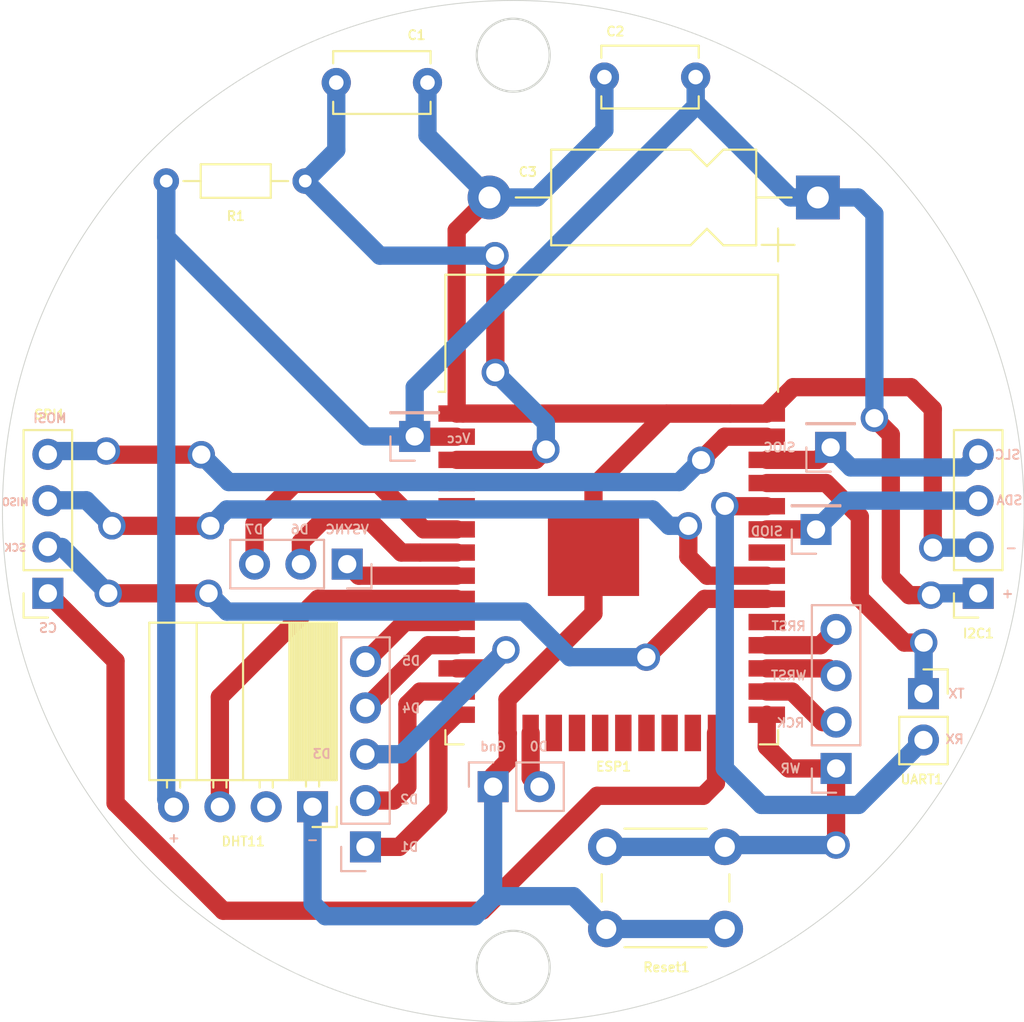
<source format=kicad_pcb>
(kicad_pcb (version 20171130) (host pcbnew "(5.1.5)-3")

  (general
    (thickness 1.6)
    (drawings 32)
    (tracks 200)
    (zones 0)
    (modules 17)
    (nets 38)
  )

  (page A4)
  (layers
    (0 F.Cu signal)
    (31 B.Cu signal)
    (32 B.Adhes user hide)
    (33 F.Adhes user hide)
    (34 B.Paste user hide)
    (35 F.Paste user hide)
    (36 B.SilkS user)
    (37 F.SilkS user)
    (38 B.Mask user hide)
    (39 F.Mask user hide)
    (40 Dwgs.User user hide)
    (41 Cmts.User user hide)
    (42 Eco1.User user hide)
    (43 Eco2.User user hide)
    (44 Edge.Cuts user)
    (45 Margin user hide)
    (46 B.CrtYd user hide)
    (47 F.CrtYd user hide)
    (48 B.Fab user hide)
    (49 F.Fab user hide)
  )

  (setup
    (last_trace_width 0.25)
    (user_trace_width 1)
    (trace_clearance 0.2)
    (zone_clearance 0.508)
    (zone_45_only no)
    (trace_min 0.2)
    (via_size 0.8)
    (via_drill 0.4)
    (via_min_size 0.4)
    (via_min_drill 0.3)
    (uvia_size 0.3)
    (uvia_drill 0.1)
    (uvias_allowed no)
    (uvia_min_size 0.2)
    (uvia_min_drill 0.1)
    (edge_width 0.05)
    (segment_width 0.2)
    (pcb_text_width 0.3)
    (pcb_text_size 1.5 1.5)
    (mod_edge_width 0.12)
    (mod_text_size 1 1)
    (mod_text_width 0.15)
    (pad_size 0.85 0.85)
    (pad_drill 0.5)
    (pad_to_mask_clearance 0.051)
    (solder_mask_min_width 0.25)
    (aux_axis_origin 0 0)
    (visible_elements 7FFFFFFF)
    (pcbplotparams
      (layerselection 0x010fc_ffffffff)
      (usegerberextensions false)
      (usegerberattributes false)
      (usegerberadvancedattributes false)
      (creategerberjobfile false)
      (excludeedgelayer true)
      (linewidth 0.100000)
      (plotframeref false)
      (viasonmask false)
      (mode 1)
      (useauxorigin false)
      (hpglpennumber 1)
      (hpglpenspeed 20)
      (hpglpendiameter 15.000000)
      (psnegative false)
      (psa4output false)
      (plotreference true)
      (plotvalue true)
      (plotinvisibletext false)
      (padsonsilk false)
      (subtractmaskfromsilk false)
      (outputformat 1)
      (mirror false)
      (drillshape 1)
      (scaleselection 1)
      (outputdirectory ""))
  )

  (net 0 "")
  (net 1 "Net-(C1-Pad1)")
  (net 2 "Net-(ESP1-Pad4)")
  (net 3 "Net-(ESP1-Pad5)")
  (net 4 "Net-(ESP1-Pad17)")
  (net 5 "Net-(ESP1-Pad18)")
  (net 6 "Net-(ESP1-Pad19)")
  (net 7 "Net-(ESP1-Pad20)")
  (net 8 "Net-(ESP1-Pad21)")
  (net 9 "Net-(ESP1-Pad22)")
  (net 10 "Net-(ESP1-Pad23)")
  (net 11 "Net-(ESP1-Pad29)")
  (net 12 "Net-(ESP1-Pad32)")
  (net 13 Gnd)
  (net 14 Vcc)
  (net 15 D7)
  (net 16 D6)
  (net 17 VSYNC)
  (net 18 D5)
  (net 19 D4)
  (net 20 D3)
  (net 21 D2)
  (net 22 D1)
  (net 23 D0)
  (net 24 WR)
  (net 25 RCK)
  (net 26 WRST)
  (net 27 RRST)
  (net 28 SIOD)
  (net 29 SIOC)
  (net 30 "Net-(DHT11-Pad2)")
  (net 31 33)
  (net 32 MOSI)
  (net 33 TX)
  (net 34 RX)
  (net 35 MISO)
  (net 36 SCK)
  (net 37 CS)

  (net_class Default "Esta é a classe de rede padrão."
    (clearance 0.2)
    (trace_width 0.25)
    (via_dia 0.8)
    (via_drill 0.4)
    (uvia_dia 0.3)
    (uvia_drill 0.1)
    (add_net 33)
    (add_net CS)
    (add_net D0)
    (add_net D1)
    (add_net D2)
    (add_net D3)
    (add_net D4)
    (add_net D5)
    (add_net D6)
    (add_net D7)
    (add_net Gnd)
    (add_net MISO)
    (add_net MOSI)
    (add_net "Net-(C1-Pad1)")
    (add_net "Net-(DHT11-Pad2)")
    (add_net "Net-(ESP1-Pad17)")
    (add_net "Net-(ESP1-Pad18)")
    (add_net "Net-(ESP1-Pad19)")
    (add_net "Net-(ESP1-Pad20)")
    (add_net "Net-(ESP1-Pad21)")
    (add_net "Net-(ESP1-Pad22)")
    (add_net "Net-(ESP1-Pad23)")
    (add_net "Net-(ESP1-Pad29)")
    (add_net "Net-(ESP1-Pad32)")
    (add_net "Net-(ESP1-Pad4)")
    (add_net "Net-(ESP1-Pad5)")
    (add_net RCK)
    (add_net RRST)
    (add_net RX)
    (add_net SCK)
    (add_net SIOC)
    (add_net SIOD)
    (add_net TX)
    (add_net VSYNC)
    (add_net Vcc)
    (add_net WR)
    (add_net WRST)
  )

  (module Connector_PinHeader_2.54mm:PinHeader_1x04_P2.54mm_Vertical (layer B.Cu) (tedit 59FED5CC) (tstamp 5F76AAF0)
    (at 144.5 116.4)
    (descr "Through hole straight pin header, 1x04, 2.54mm pitch, single row")
    (tags "Through hole pin header THT 1x04 2.54mm single row")
    (path /5F76A443)
    (fp_text reference RWRW1 (at 0 2.33) (layer B.SilkS) hide
      (effects (font (size 1 1) (thickness 0.15)) (justify mirror))
    )
    (fp_text value Con (at 0 -9.95) (layer B.Fab)
      (effects (font (size 1 1) (thickness 0.15)) (justify mirror))
    )
    (fp_text user %R (at 0 -3.81 -90) (layer B.Fab)
      (effects (font (size 1 1) (thickness 0.15)) (justify mirror))
    )
    (fp_line (start 1.8 1.8) (end -1.8 1.8) (layer B.CrtYd) (width 0.05))
    (fp_line (start 1.8 -9.4) (end 1.8 1.8) (layer B.CrtYd) (width 0.05))
    (fp_line (start -1.8 -9.4) (end 1.8 -9.4) (layer B.CrtYd) (width 0.05))
    (fp_line (start -1.8 1.8) (end -1.8 -9.4) (layer B.CrtYd) (width 0.05))
    (fp_line (start -1.33 1.33) (end 0 1.33) (layer B.SilkS) (width 0.12))
    (fp_line (start -1.33 0) (end -1.33 1.33) (layer B.SilkS) (width 0.12))
    (fp_line (start -1.33 -1.27) (end 1.33 -1.27) (layer B.SilkS) (width 0.12))
    (fp_line (start 1.33 -1.27) (end 1.33 -8.95) (layer B.SilkS) (width 0.12))
    (fp_line (start -1.33 -1.27) (end -1.33 -8.95) (layer B.SilkS) (width 0.12))
    (fp_line (start -1.33 -8.95) (end 1.33 -8.95) (layer B.SilkS) (width 0.12))
    (fp_line (start -1.27 0.635) (end -0.635 1.27) (layer B.Fab) (width 0.1))
    (fp_line (start -1.27 -8.89) (end -1.27 0.635) (layer B.Fab) (width 0.1))
    (fp_line (start 1.27 -8.89) (end -1.27 -8.89) (layer B.Fab) (width 0.1))
    (fp_line (start 1.27 1.27) (end 1.27 -8.89) (layer B.Fab) (width 0.1))
    (fp_line (start -0.635 1.27) (end 1.27 1.27) (layer B.Fab) (width 0.1))
    (pad 4 thru_hole oval (at 0 -7.62) (size 1.7 1.7) (drill 1) (layers *.Cu *.Mask)
      (net 27 RRST))
    (pad 3 thru_hole oval (at 0 -5.08) (size 1.7 1.7) (drill 1) (layers *.Cu *.Mask)
      (net 26 WRST))
    (pad 2 thru_hole oval (at 0 -2.54) (size 1.7 1.7) (drill 1) (layers *.Cu *.Mask)
      (net 25 RCK))
    (pad 1 thru_hole rect (at 0 0) (size 1.7 1.7) (drill 1) (layers *.Cu *.Mask)
      (net 24 WR))
    (model ${KISYS3DMOD}/Connector_PinHeader_2.54mm.3dshapes/PinHeader_1x04_P2.54mm_Vertical.wrl
      (at (xyz 0 0 0))
      (scale (xyz 1 1 1))
      (rotate (xyz 0 0 0))
    )
  )

  (module Connector_PinHeader_2.54mm:PinHeader_1x02_P2.54mm_Vertical (layer B.Cu) (tedit 59FED5CC) (tstamp 5F76AA42)
    (at 125.7 117.4 270)
    (descr "Through hole straight pin header, 1x02, 2.54mm pitch, single row")
    (tags "Through hole pin header THT 1x02 2.54mm single row")
    (path /5F7699AA)
    (fp_text reference Gnd-D0 (at 0 2.33 270) (layer B.SilkS) hide
      (effects (font (size 1 1) (thickness 0.15)) (justify mirror))
    )
    (fp_text value Con (at 0 -4.87 270) (layer B.Fab)
      (effects (font (size 1 1) (thickness 0.15)) (justify mirror))
    )
    (fp_text user %R (at 0 -1.27) (layer B.Fab)
      (effects (font (size 1 1) (thickness 0.15)) (justify mirror))
    )
    (fp_line (start 1.8 1.8) (end -1.8 1.8) (layer B.CrtYd) (width 0.05))
    (fp_line (start 1.8 -4.35) (end 1.8 1.8) (layer B.CrtYd) (width 0.05))
    (fp_line (start -1.8 -4.35) (end 1.8 -4.35) (layer B.CrtYd) (width 0.05))
    (fp_line (start -1.8 1.8) (end -1.8 -4.35) (layer B.CrtYd) (width 0.05))
    (fp_line (start -1.33 1.33) (end 0 1.33) (layer B.SilkS) (width 0.12))
    (fp_line (start -1.33 0) (end -1.33 1.33) (layer B.SilkS) (width 0.12))
    (fp_line (start -1.33 -1.27) (end 1.33 -1.27) (layer B.SilkS) (width 0.12))
    (fp_line (start 1.33 -1.27) (end 1.33 -3.87) (layer B.SilkS) (width 0.12))
    (fp_line (start -1.33 -1.27) (end -1.33 -3.87) (layer B.SilkS) (width 0.12))
    (fp_line (start -1.33 -3.87) (end 1.33 -3.87) (layer B.SilkS) (width 0.12))
    (fp_line (start -1.27 0.635) (end -0.635 1.27) (layer B.Fab) (width 0.1))
    (fp_line (start -1.27 -3.81) (end -1.27 0.635) (layer B.Fab) (width 0.1))
    (fp_line (start 1.27 -3.81) (end -1.27 -3.81) (layer B.Fab) (width 0.1))
    (fp_line (start 1.27 1.27) (end 1.27 -3.81) (layer B.Fab) (width 0.1))
    (fp_line (start -0.635 1.27) (end 1.27 1.27) (layer B.Fab) (width 0.1))
    (pad 2 thru_hole oval (at 0 -2.54 270) (size 1.7 1.7) (drill 1) (layers *.Cu *.Mask)
      (net 23 D0))
    (pad 1 thru_hole rect (at 0 0 270) (size 1.7 1.7) (drill 1) (layers *.Cu *.Mask)
      (net 13 Gnd))
    (model ${KISYS3DMOD}/Connector_PinHeader_2.54mm.3dshapes/PinHeader_1x02_P2.54mm_Vertical.wrl
      (at (xyz 0 0 0))
      (scale (xyz 1 1 1))
      (rotate (xyz 0 0 0))
    )
  )

  (module Connector_PinHeader_2.54mm:PinHeader_1x03_P2.54mm_Vertical (layer B.Cu) (tedit 59FED5CC) (tstamp 5F76A8CA)
    (at 117.7 105.2 90)
    (descr "Through hole straight pin header, 1x03, 2.54mm pitch, single row")
    (tags "Through hole pin header THT 1x03 2.54mm single row")
    (path /5F76740B)
    (fp_text reference D67V1 (at 0 2.33 90) (layer B.SilkS) hide
      (effects (font (size 1 1) (thickness 0.15)) (justify mirror))
    )
    (fp_text value Con (at 0 -7.41 90) (layer B.Fab)
      (effects (font (size 1 1) (thickness 0.15)) (justify mirror))
    )
    (fp_text user %R (at 0 -2.54 180) (layer B.Fab)
      (effects (font (size 1 1) (thickness 0.15)) (justify mirror))
    )
    (fp_line (start 1.8 1.8) (end -1.8 1.8) (layer B.CrtYd) (width 0.05))
    (fp_line (start 1.8 -6.85) (end 1.8 1.8) (layer B.CrtYd) (width 0.05))
    (fp_line (start -1.8 -6.85) (end 1.8 -6.85) (layer B.CrtYd) (width 0.05))
    (fp_line (start -1.8 1.8) (end -1.8 -6.85) (layer B.CrtYd) (width 0.05))
    (fp_line (start -1.33 1.33) (end 0 1.33) (layer B.SilkS) (width 0.12))
    (fp_line (start -1.33 0) (end -1.33 1.33) (layer B.SilkS) (width 0.12))
    (fp_line (start -1.33 -1.27) (end 1.33 -1.27) (layer B.SilkS) (width 0.12))
    (fp_line (start 1.33 -1.27) (end 1.33 -6.41) (layer B.SilkS) (width 0.12))
    (fp_line (start -1.33 -1.27) (end -1.33 -6.41) (layer B.SilkS) (width 0.12))
    (fp_line (start -1.33 -6.41) (end 1.33 -6.41) (layer B.SilkS) (width 0.12))
    (fp_line (start -1.27 0.635) (end -0.635 1.27) (layer B.Fab) (width 0.1))
    (fp_line (start -1.27 -6.35) (end -1.27 0.635) (layer B.Fab) (width 0.1))
    (fp_line (start 1.27 -6.35) (end -1.27 -6.35) (layer B.Fab) (width 0.1))
    (fp_line (start 1.27 1.27) (end 1.27 -6.35) (layer B.Fab) (width 0.1))
    (fp_line (start -0.635 1.27) (end 1.27 1.27) (layer B.Fab) (width 0.1))
    (pad 3 thru_hole oval (at 0 -5.08 90) (size 1.7 1.7) (drill 1) (layers *.Cu *.Mask)
      (net 15 D7))
    (pad 2 thru_hole oval (at 0 -2.54 90) (size 1.7 1.7) (drill 1) (layers *.Cu *.Mask)
      (net 16 D6))
    (pad 1 thru_hole rect (at 0 0 90) (size 1.7 1.7) (drill 1) (layers *.Cu *.Mask)
      (net 17 VSYNC))
    (model ${KISYS3DMOD}/Connector_PinHeader_2.54mm.3dshapes/PinHeader_1x03_P2.54mm_Vertical.wrl
      (at (xyz 0 0 0))
      (scale (xyz 1 1 1))
      (rotate (xyz 0 0 0))
    )
  )

  (module Connector_PinHeader_2.54mm:PinHeader_1x05_P2.54mm_Vertical (layer B.Cu) (tedit 59FED5CC) (tstamp 5F76A8B3)
    (at 118.7 120.7)
    (descr "Through hole straight pin header, 1x05, 2.54mm pitch, single row")
    (tags "Through hole pin header THT 1x05 2.54mm single row")
    (path /5F768256)
    (fp_text reference D12345 (at 0 2.33) (layer B.SilkS) hide
      (effects (font (size 1 1) (thickness 0.15)) (justify mirror))
    )
    (fp_text value Con (at 0 -12.49) (layer B.Fab)
      (effects (font (size 1 1) (thickness 0.15)) (justify mirror))
    )
    (fp_text user %R (at 0 -5.08 -90) (layer B.Fab)
      (effects (font (size 1 1) (thickness 0.15)) (justify mirror))
    )
    (fp_line (start 1.8 1.8) (end -1.8 1.8) (layer B.CrtYd) (width 0.05))
    (fp_line (start 1.8 -11.95) (end 1.8 1.8) (layer B.CrtYd) (width 0.05))
    (fp_line (start -1.8 -11.95) (end 1.8 -11.95) (layer B.CrtYd) (width 0.05))
    (fp_line (start -1.8 1.8) (end -1.8 -11.95) (layer B.CrtYd) (width 0.05))
    (fp_line (start -1.33 1.33) (end 0 1.33) (layer B.SilkS) (width 0.12))
    (fp_line (start -1.33 0) (end -1.33 1.33) (layer B.SilkS) (width 0.12))
    (fp_line (start -1.33 -1.27) (end 1.33 -1.27) (layer B.SilkS) (width 0.12))
    (fp_line (start 1.33 -1.27) (end 1.33 -11.49) (layer B.SilkS) (width 0.12))
    (fp_line (start -1.33 -1.27) (end -1.33 -11.49) (layer B.SilkS) (width 0.12))
    (fp_line (start -1.33 -11.49) (end 1.33 -11.49) (layer B.SilkS) (width 0.12))
    (fp_line (start -1.27 0.635) (end -0.635 1.27) (layer B.Fab) (width 0.1))
    (fp_line (start -1.27 -11.43) (end -1.27 0.635) (layer B.Fab) (width 0.1))
    (fp_line (start 1.27 -11.43) (end -1.27 -11.43) (layer B.Fab) (width 0.1))
    (fp_line (start 1.27 1.27) (end 1.27 -11.43) (layer B.Fab) (width 0.1))
    (fp_line (start -0.635 1.27) (end 1.27 1.27) (layer B.Fab) (width 0.1))
    (pad 5 thru_hole oval (at 0 -10.16) (size 1.7 1.7) (drill 1) (layers *.Cu *.Mask)
      (net 18 D5))
    (pad 4 thru_hole oval (at 0 -7.62) (size 1.7 1.7) (drill 1) (layers *.Cu *.Mask)
      (net 19 D4))
    (pad 3 thru_hole oval (at 0 -5.08) (size 1.7 1.7) (drill 1) (layers *.Cu *.Mask)
      (net 20 D3))
    (pad 2 thru_hole oval (at 0 -2.54) (size 1.7 1.7) (drill 1) (layers *.Cu *.Mask)
      (net 21 D2))
    (pad 1 thru_hole rect (at 0 0) (size 1.7 1.7) (drill 1) (layers *.Cu *.Mask)
      (net 22 D1))
    (model ${KISYS3DMOD}/Connector_PinHeader_2.54mm.3dshapes/PinHeader_1x05_P2.54mm_Vertical.wrl
      (at (xyz 0 0 0))
      (scale (xyz 1 1 1))
      (rotate (xyz 0 0 0))
    )
  )

  (module Connector_PinHeader_2.54mm:PinHeader_1x01_P2.54mm_Vertical (layer B.Cu) (tedit 59FED5CC) (tstamp 5F7BC1CE)
    (at 121.4 98.2)
    (descr "Through hole straight pin header, 1x01, 2.54mm pitch, single row")
    (tags "Through hole pin header THT 1x01 2.54mm single row")
    (path /5F759739)
    (fp_text reference Vcc1 (at 0 2.33) (layer B.SilkS) hide
      (effects (font (size 1 1) (thickness 0.15)) (justify mirror))
    )
    (fp_text value Con (at 0 -2.33) (layer B.Fab)
      (effects (font (size 1 1) (thickness 0.15)) (justify mirror))
    )
    (fp_text user %R (at 0 0 -90) (layer B.Fab)
      (effects (font (size 1 1) (thickness 0.15)) (justify mirror))
    )
    (fp_line (start 1.8 1.8) (end -1.8 1.8) (layer B.CrtYd) (width 0.05))
    (fp_line (start 1.8 -1.8) (end 1.8 1.8) (layer B.CrtYd) (width 0.05))
    (fp_line (start -1.8 -1.8) (end 1.8 -1.8) (layer B.CrtYd) (width 0.05))
    (fp_line (start -1.8 1.8) (end -1.8 -1.8) (layer B.CrtYd) (width 0.05))
    (fp_line (start -1.33 1.33) (end 0 1.33) (layer B.SilkS) (width 0.12))
    (fp_line (start -1.33 0) (end -1.33 1.33) (layer B.SilkS) (width 0.12))
    (fp_line (start -1.33 -1.27) (end 1.33 -1.27) (layer B.SilkS) (width 0.12))
    (fp_line (start 1.33 -1.27) (end 1.33 -1.33) (layer B.SilkS) (width 0.12))
    (fp_line (start -1.33 -1.27) (end -1.33 -1.33) (layer B.SilkS) (width 0.12))
    (fp_line (start -1.33 -1.33) (end 1.33 -1.33) (layer B.SilkS) (width 0.12))
    (fp_line (start -1.27 0.635) (end -0.635 1.27) (layer B.Fab) (width 0.1))
    (fp_line (start -1.27 -1.27) (end -1.27 0.635) (layer B.Fab) (width 0.1))
    (fp_line (start 1.27 -1.27) (end -1.27 -1.27) (layer B.Fab) (width 0.1))
    (fp_line (start 1.27 1.27) (end 1.27 -1.27) (layer B.Fab) (width 0.1))
    (fp_line (start -0.635 1.27) (end 1.27 1.27) (layer B.Fab) (width 0.1))
    (pad 1 thru_hole rect (at 0 0) (size 1.7 1.7) (drill 1) (layers *.Cu *.Mask)
      (net 14 Vcc))
    (model ${KISYS3DMOD}/Connector_PinHeader_2.54mm.3dshapes/PinHeader_1x01_P2.54mm_Vertical.wrl
      (at (xyz 0 0 0))
      (scale (xyz 1 1 1))
      (rotate (xyz 0 0 0))
    )
  )

  (module Connector_PinHeader_2.54mm:PinHeader_1x01_P2.54mm_Vertical (layer B.Cu) (tedit 59FED5CC) (tstamp 5F74ACDC)
    (at 143.4 103.3)
    (descr "Through hole straight pin header, 1x01, 2.54mm pitch, single row")
    (tags "Through hole pin header THT 1x01 2.54mm single row")
    (path /5F75A8FC)
    (fp_text reference SIOD1 (at 0 2.33) (layer B.SilkS) hide
      (effects (font (size 1 1) (thickness 0.15)) (justify mirror))
    )
    (fp_text value Con (at 0 -2.33) (layer B.Fab)
      (effects (font (size 1 1) (thickness 0.15)) (justify mirror))
    )
    (fp_text user %R (at 0 0 -90) (layer B.Fab)
      (effects (font (size 1 1) (thickness 0.15)) (justify mirror))
    )
    (fp_line (start 1.8 1.8) (end -1.8 1.8) (layer B.CrtYd) (width 0.05))
    (fp_line (start 1.8 -1.8) (end 1.8 1.8) (layer B.CrtYd) (width 0.05))
    (fp_line (start -1.8 -1.8) (end 1.8 -1.8) (layer B.CrtYd) (width 0.05))
    (fp_line (start -1.8 1.8) (end -1.8 -1.8) (layer B.CrtYd) (width 0.05))
    (fp_line (start -1.33 1.33) (end 0 1.33) (layer B.SilkS) (width 0.12))
    (fp_line (start -1.33 0) (end -1.33 1.33) (layer B.SilkS) (width 0.12))
    (fp_line (start -1.33 -1.27) (end 1.33 -1.27) (layer B.SilkS) (width 0.12))
    (fp_line (start 1.33 -1.27) (end 1.33 -1.33) (layer B.SilkS) (width 0.12))
    (fp_line (start -1.33 -1.27) (end -1.33 -1.33) (layer B.SilkS) (width 0.12))
    (fp_line (start -1.33 -1.33) (end 1.33 -1.33) (layer B.SilkS) (width 0.12))
    (fp_line (start -1.27 0.635) (end -0.635 1.27) (layer B.Fab) (width 0.1))
    (fp_line (start -1.27 -1.27) (end -1.27 0.635) (layer B.Fab) (width 0.1))
    (fp_line (start 1.27 -1.27) (end -1.27 -1.27) (layer B.Fab) (width 0.1))
    (fp_line (start 1.27 1.27) (end 1.27 -1.27) (layer B.Fab) (width 0.1))
    (fp_line (start -0.635 1.27) (end 1.27 1.27) (layer B.Fab) (width 0.1))
    (pad 1 thru_hole rect (at 0 0) (size 1.7 1.7) (drill 1) (layers *.Cu *.Mask)
      (net 28 SIOD))
    (model ${KISYS3DMOD}/Connector_PinHeader_2.54mm.3dshapes/PinHeader_1x01_P2.54mm_Vertical.wrl
      (at (xyz 0 0 0))
      (scale (xyz 1 1 1))
      (rotate (xyz 0 0 0))
    )
  )

  (module Connector_PinHeader_2.54mm:PinHeader_1x01_P2.54mm_Vertical (layer B.Cu) (tedit 59FED5CC) (tstamp 5F74AE18)
    (at 144.2 98.8)
    (descr "Through hole straight pin header, 1x01, 2.54mm pitch, single row")
    (tags "Through hole pin header THT 1x01 2.54mm single row")
    (path /5F75A902)
    (fp_text reference SIOC1 (at 0 2.33) (layer B.SilkS) hide
      (effects (font (size 1 1) (thickness 0.15)) (justify mirror))
    )
    (fp_text value Con (at 0 -2.33) (layer B.Fab)
      (effects (font (size 1 1) (thickness 0.15)) (justify mirror))
    )
    (fp_text user %R (at 0 0 -90) (layer B.Fab)
      (effects (font (size 1 1) (thickness 0.15)) (justify mirror))
    )
    (fp_line (start 1.8 1.8) (end -1.8 1.8) (layer B.CrtYd) (width 0.05))
    (fp_line (start 1.8 -1.8) (end 1.8 1.8) (layer B.CrtYd) (width 0.05))
    (fp_line (start -1.8 -1.8) (end 1.8 -1.8) (layer B.CrtYd) (width 0.05))
    (fp_line (start -1.8 1.8) (end -1.8 -1.8) (layer B.CrtYd) (width 0.05))
    (fp_line (start -1.33 1.33) (end 0 1.33) (layer B.SilkS) (width 0.12))
    (fp_line (start -1.33 0) (end -1.33 1.33) (layer B.SilkS) (width 0.12))
    (fp_line (start -1.33 -1.27) (end 1.33 -1.27) (layer B.SilkS) (width 0.12))
    (fp_line (start 1.33 -1.27) (end 1.33 -1.33) (layer B.SilkS) (width 0.12))
    (fp_line (start -1.33 -1.27) (end -1.33 -1.33) (layer B.SilkS) (width 0.12))
    (fp_line (start -1.33 -1.33) (end 1.33 -1.33) (layer B.SilkS) (width 0.12))
    (fp_line (start -1.27 0.635) (end -0.635 1.27) (layer B.Fab) (width 0.1))
    (fp_line (start -1.27 -1.27) (end -1.27 0.635) (layer B.Fab) (width 0.1))
    (fp_line (start 1.27 -1.27) (end -1.27 -1.27) (layer B.Fab) (width 0.1))
    (fp_line (start 1.27 1.27) (end 1.27 -1.27) (layer B.Fab) (width 0.1))
    (fp_line (start -0.635 1.27) (end 1.27 1.27) (layer B.Fab) (width 0.1))
    (pad 1 thru_hole rect (at 0 0) (size 1.7 1.7) (drill 1) (layers *.Cu *.Mask)
      (net 29 SIOC))
    (model ${KISYS3DMOD}/Connector_PinHeader_2.54mm.3dshapes/PinHeader_1x01_P2.54mm_Vertical.wrl
      (at (xyz 0 0 0))
      (scale (xyz 1 1 1))
      (rotate (xyz 0 0 0))
    )
  )

  (module Connector_PinSocket_2.54mm:PinSocket_1x04_P2.54mm_Horizontal (layer F.Cu) (tedit 5A19A424) (tstamp 5F749C70)
    (at 115.8 118.5 270)
    (descr "Through hole angled socket strip, 1x04, 2.54mm pitch, 8.51mm socket length, single row (from Kicad 4.0.7), script generated")
    (tags "Through hole angled socket strip THT 1x04 2.54mm single row")
    (path /5F74A343)
    (fp_text reference DHT11 (at 1.9 3.8 180) (layer F.SilkS)
      (effects (font (size 0.5 0.5) (thickness 0.1)))
    )
    (fp_text value Con (at -4.38 10.39 90) (layer F.Fab)
      (effects (font (size 1 1) (thickness 0.15)))
    )
    (fp_text user %R (at -5.775 3.81) (layer F.Fab)
      (effects (font (size 1 1) (thickness 0.15)))
    )
    (fp_line (start 1.75 9.45) (end 1.75 -1.75) (layer F.CrtYd) (width 0.05))
    (fp_line (start -10.55 9.45) (end 1.75 9.45) (layer F.CrtYd) (width 0.05))
    (fp_line (start -10.55 -1.75) (end -10.55 9.45) (layer F.CrtYd) (width 0.05))
    (fp_line (start 1.75 -1.75) (end -10.55 -1.75) (layer F.CrtYd) (width 0.05))
    (fp_line (start 0 -1.33) (end 1.11 -1.33) (layer F.SilkS) (width 0.12))
    (fp_line (start 1.11 -1.33) (end 1.11 0) (layer F.SilkS) (width 0.12))
    (fp_line (start -10.09 -1.33) (end -10.09 8.95) (layer F.SilkS) (width 0.12))
    (fp_line (start -10.09 8.95) (end -1.46 8.95) (layer F.SilkS) (width 0.12))
    (fp_line (start -1.46 -1.33) (end -1.46 8.95) (layer F.SilkS) (width 0.12))
    (fp_line (start -10.09 -1.33) (end -1.46 -1.33) (layer F.SilkS) (width 0.12))
    (fp_line (start -10.09 6.35) (end -1.46 6.35) (layer F.SilkS) (width 0.12))
    (fp_line (start -10.09 3.81) (end -1.46 3.81) (layer F.SilkS) (width 0.12))
    (fp_line (start -10.09 1.27) (end -1.46 1.27) (layer F.SilkS) (width 0.12))
    (fp_line (start -1.46 7.98) (end -1.05 7.98) (layer F.SilkS) (width 0.12))
    (fp_line (start -1.46 7.26) (end -1.05 7.26) (layer F.SilkS) (width 0.12))
    (fp_line (start -1.46 5.44) (end -1.05 5.44) (layer F.SilkS) (width 0.12))
    (fp_line (start -1.46 4.72) (end -1.05 4.72) (layer F.SilkS) (width 0.12))
    (fp_line (start -1.46 2.9) (end -1.05 2.9) (layer F.SilkS) (width 0.12))
    (fp_line (start -1.46 2.18) (end -1.05 2.18) (layer F.SilkS) (width 0.12))
    (fp_line (start -1.46 0.36) (end -1.11 0.36) (layer F.SilkS) (width 0.12))
    (fp_line (start -1.46 -0.36) (end -1.11 -0.36) (layer F.SilkS) (width 0.12))
    (fp_line (start -10.09 1.1519) (end -1.46 1.1519) (layer F.SilkS) (width 0.12))
    (fp_line (start -10.09 1.033805) (end -1.46 1.033805) (layer F.SilkS) (width 0.12))
    (fp_line (start -10.09 0.91571) (end -1.46 0.91571) (layer F.SilkS) (width 0.12))
    (fp_line (start -10.09 0.797615) (end -1.46 0.797615) (layer F.SilkS) (width 0.12))
    (fp_line (start -10.09 0.67952) (end -1.46 0.67952) (layer F.SilkS) (width 0.12))
    (fp_line (start -10.09 0.561425) (end -1.46 0.561425) (layer F.SilkS) (width 0.12))
    (fp_line (start -10.09 0.44333) (end -1.46 0.44333) (layer F.SilkS) (width 0.12))
    (fp_line (start -10.09 0.325235) (end -1.46 0.325235) (layer F.SilkS) (width 0.12))
    (fp_line (start -10.09 0.20714) (end -1.46 0.20714) (layer F.SilkS) (width 0.12))
    (fp_line (start -10.09 0.089045) (end -1.46 0.089045) (layer F.SilkS) (width 0.12))
    (fp_line (start -10.09 -0.02905) (end -1.46 -0.02905) (layer F.SilkS) (width 0.12))
    (fp_line (start -10.09 -0.147145) (end -1.46 -0.147145) (layer F.SilkS) (width 0.12))
    (fp_line (start -10.09 -0.26524) (end -1.46 -0.26524) (layer F.SilkS) (width 0.12))
    (fp_line (start -10.09 -0.383335) (end -1.46 -0.383335) (layer F.SilkS) (width 0.12))
    (fp_line (start -10.09 -0.50143) (end -1.46 -0.50143) (layer F.SilkS) (width 0.12))
    (fp_line (start -10.09 -0.619525) (end -1.46 -0.619525) (layer F.SilkS) (width 0.12))
    (fp_line (start -10.09 -0.73762) (end -1.46 -0.73762) (layer F.SilkS) (width 0.12))
    (fp_line (start -10.09 -0.855715) (end -1.46 -0.855715) (layer F.SilkS) (width 0.12))
    (fp_line (start -10.09 -0.97381) (end -1.46 -0.97381) (layer F.SilkS) (width 0.12))
    (fp_line (start -10.09 -1.091905) (end -1.46 -1.091905) (layer F.SilkS) (width 0.12))
    (fp_line (start -10.09 -1.21) (end -1.46 -1.21) (layer F.SilkS) (width 0.12))
    (fp_line (start 0 7.92) (end 0 7.32) (layer F.Fab) (width 0.1))
    (fp_line (start -1.52 7.92) (end 0 7.92) (layer F.Fab) (width 0.1))
    (fp_line (start 0 7.32) (end -1.52 7.32) (layer F.Fab) (width 0.1))
    (fp_line (start 0 5.38) (end 0 4.78) (layer F.Fab) (width 0.1))
    (fp_line (start -1.52 5.38) (end 0 5.38) (layer F.Fab) (width 0.1))
    (fp_line (start 0 4.78) (end -1.52 4.78) (layer F.Fab) (width 0.1))
    (fp_line (start 0 2.84) (end 0 2.24) (layer F.Fab) (width 0.1))
    (fp_line (start -1.52 2.84) (end 0 2.84) (layer F.Fab) (width 0.1))
    (fp_line (start 0 2.24) (end -1.52 2.24) (layer F.Fab) (width 0.1))
    (fp_line (start 0 0.3) (end 0 -0.3) (layer F.Fab) (width 0.1))
    (fp_line (start -1.52 0.3) (end 0 0.3) (layer F.Fab) (width 0.1))
    (fp_line (start 0 -0.3) (end -1.52 -0.3) (layer F.Fab) (width 0.1))
    (fp_line (start -10.03 8.89) (end -10.03 -1.27) (layer F.Fab) (width 0.1))
    (fp_line (start -1.52 8.89) (end -10.03 8.89) (layer F.Fab) (width 0.1))
    (fp_line (start -1.52 -0.3) (end -1.52 8.89) (layer F.Fab) (width 0.1))
    (fp_line (start -2.49 -1.27) (end -1.52 -0.3) (layer F.Fab) (width 0.1))
    (fp_line (start -10.03 -1.27) (end -2.49 -1.27) (layer F.Fab) (width 0.1))
    (pad 4 thru_hole oval (at 0 7.62 270) (size 1.7 1.7) (drill 1) (layers *.Cu *.Mask)
      (net 14 Vcc))
    (pad 3 thru_hole oval (at 0 5.08 270) (size 1.7 1.7) (drill 1) (layers *.Cu *.Mask)
      (net 31 33))
    (pad 2 thru_hole oval (at 0 2.54 270) (size 1.7 1.7) (drill 1) (layers *.Cu *.Mask)
      (net 30 "Net-(DHT11-Pad2)"))
    (pad 1 thru_hole rect (at 0 0 270) (size 1.7 1.7) (drill 1) (layers *.Cu *.Mask)
      (net 13 Gnd))
    (model ${KISYS3DMOD}/Connector_PinSocket_2.54mm.3dshapes/PinSocket_1x04_P2.54mm_Horizontal.wrl
      (offset (xyz 0 0 1))
      (scale (xyz 1 1 1))
      (rotate (xyz 0 0 0))
    )
    (model ${KIPRJMOD}/DHT11/DHT11.stp
      (offset (xyz -18.5 -4 0))
      (scale (xyz 1 1 1))
      (rotate (xyz -90 0 -90))
    )
  )

  (module RF_Module:ESP32-WROOM-32 (layer F.Cu) (tedit 5B5B4654) (tstamp 5F74FB53)
    (at 132.2 105.2)
    (descr "Single 2.4 GHz Wi-Fi and Bluetooth combo chip https://www.espressif.com/sites/default/files/documentation/esp32-wroom-32_datasheet_en.pdf")
    (tags "Single 2.4 GHz Wi-Fi and Bluetooth combo  chip")
    (path /5F6A9D86)
    (attr smd)
    (fp_text reference ESP1 (at 0.1 11.1 180) (layer F.SilkS)
      (effects (font (size 0.5 0.5) (thickness 0.1)))
    )
    (fp_text value Chip (at 0 11.5) (layer F.Fab)
      (effects (font (size 1 1) (thickness 0.15)))
    )
    (fp_line (start -9.12 -9.445) (end -9.5 -9.445) (layer F.SilkS) (width 0.12))
    (fp_line (start -9.12 -15.865) (end -9.12 -9.445) (layer F.SilkS) (width 0.12))
    (fp_line (start 9.12 -15.865) (end 9.12 -9.445) (layer F.SilkS) (width 0.12))
    (fp_line (start -9.12 -15.865) (end 9.12 -15.865) (layer F.SilkS) (width 0.12))
    (fp_line (start 9.12 9.88) (end 8.12 9.88) (layer F.SilkS) (width 0.12))
    (fp_line (start 9.12 9.1) (end 9.12 9.88) (layer F.SilkS) (width 0.12))
    (fp_line (start -9.12 9.88) (end -8.12 9.88) (layer F.SilkS) (width 0.12))
    (fp_line (start -9.12 9.1) (end -9.12 9.88) (layer F.SilkS) (width 0.12))
    (fp_line (start 8.4 -20.6) (end 8.2 -20.4) (layer Cmts.User) (width 0.1))
    (fp_line (start 8.4 -16) (end 8.4 -20.6) (layer Cmts.User) (width 0.1))
    (fp_line (start 8.4 -20.6) (end 8.6 -20.4) (layer Cmts.User) (width 0.1))
    (fp_line (start 8.4 -16) (end 8.6 -16.2) (layer Cmts.User) (width 0.1))
    (fp_line (start 8.4 -16) (end 8.2 -16.2) (layer Cmts.User) (width 0.1))
    (fp_line (start -9.2 -13.875) (end -9.4 -14.075) (layer Cmts.User) (width 0.1))
    (fp_line (start -13.8 -13.875) (end -9.2 -13.875) (layer Cmts.User) (width 0.1))
    (fp_line (start -9.2 -13.875) (end -9.4 -13.675) (layer Cmts.User) (width 0.1))
    (fp_line (start -13.8 -13.875) (end -13.6 -13.675) (layer Cmts.User) (width 0.1))
    (fp_line (start -13.8 -13.875) (end -13.6 -14.075) (layer Cmts.User) (width 0.1))
    (fp_line (start 9.2 -13.875) (end 9.4 -13.675) (layer Cmts.User) (width 0.1))
    (fp_line (start 9.2 -13.875) (end 9.4 -14.075) (layer Cmts.User) (width 0.1))
    (fp_line (start 13.8 -13.875) (end 13.6 -13.675) (layer Cmts.User) (width 0.1))
    (fp_line (start 13.8 -13.875) (end 13.6 -14.075) (layer Cmts.User) (width 0.1))
    (fp_line (start 9.2 -13.875) (end 13.8 -13.875) (layer Cmts.User) (width 0.1))
    (fp_line (start 14 -11.585) (end 12 -9.97) (layer Dwgs.User) (width 0.1))
    (fp_line (start 14 -13.2) (end 10 -9.97) (layer Dwgs.User) (width 0.1))
    (fp_line (start 14 -14.815) (end 8 -9.97) (layer Dwgs.User) (width 0.1))
    (fp_line (start 14 -16.43) (end 6 -9.97) (layer Dwgs.User) (width 0.1))
    (fp_line (start 14 -18.045) (end 4 -9.97) (layer Dwgs.User) (width 0.1))
    (fp_line (start 14 -19.66) (end 2 -9.97) (layer Dwgs.User) (width 0.1))
    (fp_line (start 13.475 -20.75) (end 0 -9.97) (layer Dwgs.User) (width 0.1))
    (fp_line (start 11.475 -20.75) (end -2 -9.97) (layer Dwgs.User) (width 0.1))
    (fp_line (start 9.475 -20.75) (end -4 -9.97) (layer Dwgs.User) (width 0.1))
    (fp_line (start 7.475 -20.75) (end -6 -9.97) (layer Dwgs.User) (width 0.1))
    (fp_line (start -8 -9.97) (end 5.475 -20.75) (layer Dwgs.User) (width 0.1))
    (fp_line (start 3.475 -20.75) (end -10 -9.97) (layer Dwgs.User) (width 0.1))
    (fp_line (start 1.475 -20.75) (end -12 -9.97) (layer Dwgs.User) (width 0.1))
    (fp_line (start -0.525 -20.75) (end -14 -9.97) (layer Dwgs.User) (width 0.1))
    (fp_line (start -2.525 -20.75) (end -14 -11.585) (layer Dwgs.User) (width 0.1))
    (fp_line (start -4.525 -20.75) (end -14 -13.2) (layer Dwgs.User) (width 0.1))
    (fp_line (start -6.525 -20.75) (end -14 -14.815) (layer Dwgs.User) (width 0.1))
    (fp_line (start -8.525 -20.75) (end -14 -16.43) (layer Dwgs.User) (width 0.1))
    (fp_line (start -10.525 -20.75) (end -14 -18.045) (layer Dwgs.User) (width 0.1))
    (fp_line (start -12.525 -20.75) (end -14 -19.66) (layer Dwgs.User) (width 0.1))
    (fp_line (start 9.75 -9.72) (end 14.25 -9.72) (layer F.CrtYd) (width 0.05))
    (fp_line (start -14.25 -9.72) (end -9.75 -9.72) (layer F.CrtYd) (width 0.05))
    (fp_line (start 14.25 -21) (end 14.25 -9.72) (layer F.CrtYd) (width 0.05))
    (fp_line (start -14.25 -21) (end -14.25 -9.72) (layer F.CrtYd) (width 0.05))
    (fp_line (start 14 -20.75) (end -14 -20.75) (layer Dwgs.User) (width 0.1))
    (fp_line (start 14 -9.97) (end 14 -20.75) (layer Dwgs.User) (width 0.1))
    (fp_line (start 14 -9.97) (end -14 -9.97) (layer Dwgs.User) (width 0.1))
    (fp_line (start -9 -9.02) (end -8.5 -9.52) (layer F.Fab) (width 0.1))
    (fp_line (start -8.5 -9.52) (end -9 -10.02) (layer F.Fab) (width 0.1))
    (fp_line (start -9 -9.02) (end -9 9.76) (layer F.Fab) (width 0.1))
    (fp_line (start -14.25 -21) (end 14.25 -21) (layer F.CrtYd) (width 0.05))
    (fp_line (start 9.75 -9.72) (end 9.75 10.5) (layer F.CrtYd) (width 0.05))
    (fp_line (start -9.75 10.5) (end 9.75 10.5) (layer F.CrtYd) (width 0.05))
    (fp_line (start -9.75 10.5) (end -9.75 -9.72) (layer F.CrtYd) (width 0.05))
    (fp_line (start -9 -15.745) (end 9 -15.745) (layer F.Fab) (width 0.1))
    (fp_line (start -9 -15.745) (end -9 -10.02) (layer F.Fab) (width 0.1))
    (fp_line (start -9 9.76) (end 9 9.76) (layer F.Fab) (width 0.1))
    (fp_line (start 9 9.76) (end 9 -15.745) (layer F.Fab) (width 0.1))
    (fp_line (start -14 -9.97) (end -14 -20.75) (layer Dwgs.User) (width 0.1))
    (fp_text user "5 mm" (at 7.8 -19.075 90) (layer Cmts.User)
      (effects (font (size 0.5 0.5) (thickness 0.1)))
    )
    (fp_text user "5 mm" (at -11.2 -14.375) (layer Cmts.User)
      (effects (font (size 0.5 0.5) (thickness 0.1)))
    )
    (fp_text user "5 mm" (at 11.8 -14.375) (layer Cmts.User)
      (effects (font (size 0.5 0.5) (thickness 0.1)))
    )
    (fp_text user Antenna (at 0 -13) (layer Cmts.User)
      (effects (font (size 1 1) (thickness 0.15)))
    )
    (fp_text user "KEEP-OUT ZONE" (at 0 -19) (layer Cmts.User)
      (effects (font (size 1 1) (thickness 0.15)))
    )
    (fp_text user %R (at 0 0) (layer F.Fab)
      (effects (font (size 1 1) (thickness 0.15)))
    )
    (pad 38 smd rect (at 8.5 -8.255) (size 2 0.9) (layers F.Cu F.Paste F.Mask)
      (net 13 Gnd))
    (pad 37 smd rect (at 8.5 -6.985) (size 2 0.9) (layers F.Cu F.Paste F.Mask)
      (net 32 MOSI))
    (pad 36 smd rect (at 8.5 -5.715) (size 2 0.9) (layers F.Cu F.Paste F.Mask)
      (net 29 SIOC))
    (pad 35 smd rect (at 8.5 -4.445) (size 2 0.9) (layers F.Cu F.Paste F.Mask)
      (net 33 TX))
    (pad 34 smd rect (at 8.5 -3.175) (size 2 0.9) (layers F.Cu F.Paste F.Mask)
      (net 34 RX))
    (pad 33 smd rect (at 8.5 -1.905) (size 2 0.9) (layers F.Cu F.Paste F.Mask)
      (net 28 SIOD))
    (pad 32 smd rect (at 8.5 -0.635) (size 2 0.9) (layers F.Cu F.Paste F.Mask)
      (net 12 "Net-(ESP1-Pad32)"))
    (pad 31 smd rect (at 8.5 0.635) (size 2 0.9) (layers F.Cu F.Paste F.Mask)
      (net 35 MISO))
    (pad 30 smd rect (at 8.5 1.905) (size 2 0.9) (layers F.Cu F.Paste F.Mask)
      (net 36 SCK))
    (pad 29 smd rect (at 8.5 3.175) (size 2 0.9) (layers F.Cu F.Paste F.Mask)
      (net 11 "Net-(ESP1-Pad29)"))
    (pad 28 smd rect (at 8.5 4.445) (size 2 0.9) (layers F.Cu F.Paste F.Mask)
      (net 27 RRST))
    (pad 27 smd rect (at 8.5 5.715) (size 2 0.9) (layers F.Cu F.Paste F.Mask)
      (net 26 WRST))
    (pad 26 smd rect (at 8.5 6.985) (size 2 0.9) (layers F.Cu F.Paste F.Mask)
      (net 25 RCK))
    (pad 25 smd rect (at 8.5 8.255) (size 2 0.9) (layers F.Cu F.Paste F.Mask)
      (net 24 WR))
    (pad 24 smd rect (at 5.715 9.255 90) (size 2 0.9) (layers F.Cu F.Paste F.Mask)
      (net 37 CS))
    (pad 23 smd rect (at 4.445 9.255 90) (size 2 0.9) (layers F.Cu F.Paste F.Mask)
      (net 10 "Net-(ESP1-Pad23)"))
    (pad 22 smd rect (at 3.175 9.255 90) (size 2 0.9) (layers F.Cu F.Paste F.Mask)
      (net 9 "Net-(ESP1-Pad22)"))
    (pad 21 smd rect (at 1.905 9.255 90) (size 2 0.9) (layers F.Cu F.Paste F.Mask)
      (net 8 "Net-(ESP1-Pad21)"))
    (pad 20 smd rect (at 0.635 9.255 90) (size 2 0.9) (layers F.Cu F.Paste F.Mask)
      (net 7 "Net-(ESP1-Pad20)"))
    (pad 19 smd rect (at -0.635 9.255 90) (size 2 0.9) (layers F.Cu F.Paste F.Mask)
      (net 6 "Net-(ESP1-Pad19)"))
    (pad 18 smd rect (at -1.905 9.255 90) (size 2 0.9) (layers F.Cu F.Paste F.Mask)
      (net 5 "Net-(ESP1-Pad18)"))
    (pad 17 smd rect (at -3.175 9.255 90) (size 2 0.9) (layers F.Cu F.Paste F.Mask)
      (net 4 "Net-(ESP1-Pad17)"))
    (pad 16 smd rect (at -4.445 9.255 90) (size 2 0.9) (layers F.Cu F.Paste F.Mask)
      (net 23 D0))
    (pad 15 smd rect (at -5.715 9.255 90) (size 2 0.9) (layers F.Cu F.Paste F.Mask)
      (net 13 Gnd))
    (pad 14 smd rect (at -8.5 8.255) (size 2 0.9) (layers F.Cu F.Paste F.Mask)
      (net 22 D1))
    (pad 13 smd rect (at -8.5 6.985) (size 2 0.9) (layers F.Cu F.Paste F.Mask)
      (net 21 D2))
    (pad 12 smd rect (at -8.5 5.715) (size 2 0.9) (layers F.Cu F.Paste F.Mask)
      (net 20 D3))
    (pad 11 smd rect (at -8.5 4.445) (size 2 0.9) (layers F.Cu F.Paste F.Mask)
      (net 19 D4))
    (pad 10 smd rect (at -8.5 3.175) (size 2 0.9) (layers F.Cu F.Paste F.Mask)
      (net 18 D5))
    (pad 9 smd rect (at -8.5 1.905) (size 2 0.9) (layers F.Cu F.Paste F.Mask)
      (net 31 33))
    (pad 8 smd rect (at -8.5 0.635) (size 2 0.9) (layers F.Cu F.Paste F.Mask)
      (net 17 VSYNC))
    (pad 7 smd rect (at -8.5 -0.635) (size 2 0.9) (layers F.Cu F.Paste F.Mask)
      (net 16 D6))
    (pad 6 smd rect (at -8.5 -1.905) (size 2 0.9) (layers F.Cu F.Paste F.Mask)
      (net 15 D7))
    (pad 5 smd rect (at -8.5 -3.175) (size 2 0.9) (layers F.Cu F.Paste F.Mask)
      (net 3 "Net-(ESP1-Pad5)"))
    (pad 4 smd rect (at -8.5 -4.445) (size 2 0.9) (layers F.Cu F.Paste F.Mask)
      (net 2 "Net-(ESP1-Pad4)"))
    (pad 3 smd rect (at -8.5 -5.715) (size 2 0.9) (layers F.Cu F.Paste F.Mask)
      (net 1 "Net-(C1-Pad1)"))
    (pad 2 smd rect (at -8.5 -6.985) (size 2 0.9) (layers F.Cu F.Paste F.Mask)
      (net 14 Vcc))
    (pad 1 smd rect (at -8.5 -8.255) (size 2 0.9) (layers F.Cu F.Paste F.Mask)
      (net 13 Gnd))
    (pad 39 smd rect (at -1 -0.755) (size 5 5) (layers F.Cu F.Paste F.Mask)
      (net 13 Gnd))
    (model ${KISYS3DMOD}/RF_Module.3dshapes/ESP32-WROOM-32.wrl
      (at (xyz 0 0 0))
      (scale (xyz 1 1 1))
      (rotate (xyz 0 0 0))
    )
  )

  (module Button_Switch_THT:SW_PUSH_6mm (layer F.Cu) (tedit 5A02FE31) (tstamp 5F74FD01)
    (at 131.9 120.7)
    (descr https://www.omron.com/ecb/products/pdf/en-b3f.pdf)
    (tags "tact sw push 6mm")
    (path /5F6BBB77)
    (fp_text reference Reset1 (at 3.3 6.6) (layer F.SilkS)
      (effects (font (size 0.5 0.5) (thickness 0.1)))
    )
    (fp_text value Botao (at 3.75 6.7) (layer F.Fab)
      (effects (font (size 1 1) (thickness 0.15)))
    )
    (fp_circle (center 3.25 2.25) (end 1.25 2.5) (layer F.Fab) (width 0.1))
    (fp_line (start 6.75 3) (end 6.75 1.5) (layer F.SilkS) (width 0.12))
    (fp_line (start 5.5 -1) (end 1 -1) (layer F.SilkS) (width 0.12))
    (fp_line (start -0.25 1.5) (end -0.25 3) (layer F.SilkS) (width 0.12))
    (fp_line (start 1 5.5) (end 5.5 5.5) (layer F.SilkS) (width 0.12))
    (fp_line (start 8 -1.25) (end 8 5.75) (layer F.CrtYd) (width 0.05))
    (fp_line (start 7.75 6) (end -1.25 6) (layer F.CrtYd) (width 0.05))
    (fp_line (start -1.5 5.75) (end -1.5 -1.25) (layer F.CrtYd) (width 0.05))
    (fp_line (start -1.25 -1.5) (end 7.75 -1.5) (layer F.CrtYd) (width 0.05))
    (fp_line (start -1.5 6) (end -1.25 6) (layer F.CrtYd) (width 0.05))
    (fp_line (start -1.5 5.75) (end -1.5 6) (layer F.CrtYd) (width 0.05))
    (fp_line (start -1.5 -1.5) (end -1.25 -1.5) (layer F.CrtYd) (width 0.05))
    (fp_line (start -1.5 -1.25) (end -1.5 -1.5) (layer F.CrtYd) (width 0.05))
    (fp_line (start 8 -1.5) (end 8 -1.25) (layer F.CrtYd) (width 0.05))
    (fp_line (start 7.75 -1.5) (end 8 -1.5) (layer F.CrtYd) (width 0.05))
    (fp_line (start 8 6) (end 8 5.75) (layer F.CrtYd) (width 0.05))
    (fp_line (start 7.75 6) (end 8 6) (layer F.CrtYd) (width 0.05))
    (fp_line (start 0.25 -0.75) (end 3.25 -0.75) (layer F.Fab) (width 0.1))
    (fp_line (start 0.25 5.25) (end 0.25 -0.75) (layer F.Fab) (width 0.1))
    (fp_line (start 6.25 5.25) (end 0.25 5.25) (layer F.Fab) (width 0.1))
    (fp_line (start 6.25 -0.75) (end 6.25 5.25) (layer F.Fab) (width 0.1))
    (fp_line (start 3.25 -0.75) (end 6.25 -0.75) (layer F.Fab) (width 0.1))
    (fp_text user %R (at 3.25 2.25) (layer F.Fab)
      (effects (font (size 1 1) (thickness 0.15)))
    )
    (pad 1 thru_hole circle (at 6.5 0 90) (size 2 2) (drill 1.1) (layers *.Cu *.Mask)
      (net 24 WR))
    (pad 2 thru_hole circle (at 6.5 4.5 90) (size 2 2) (drill 1.1) (layers *.Cu *.Mask)
      (net 13 Gnd))
    (pad 1 thru_hole circle (at 0 0 90) (size 2 2) (drill 1.1) (layers *.Cu *.Mask)
      (net 24 WR))
    (pad 2 thru_hole circle (at 0 4.5 90) (size 2 2) (drill 1.1) (layers *.Cu *.Mask)
      (net 13 Gnd))
    (model ${KISYS3DMOD}/Button_Switch_THT.3dshapes/SW_PUSH_6mm.wrl
      (at (xyz 0 0 0))
      (scale (xyz 1 1 1))
      (rotate (xyz 0 0 0))
    )
  )

  (module Resistor_THT:R_Axial_DIN0204_L3.6mm_D1.6mm_P7.62mm_Horizontal (layer F.Cu) (tedit 5AE5139B) (tstamp 5F74FCE2)
    (at 115.4 84.2 180)
    (descr "Resistor, Axial_DIN0204 series, Axial, Horizontal, pin pitch=7.62mm, 0.167W, length*diameter=3.6*1.6mm^2, http://cdn-reichelt.de/documents/datenblatt/B400/1_4W%23YAG.pdf")
    (tags "Resistor Axial_DIN0204 series Axial Horizontal pin pitch 7.62mm 0.167W length 3.6mm diameter 1.6mm")
    (path /5F6B7C40)
    (fp_text reference R1 (at 3.81 -1.92) (layer F.SilkS)
      (effects (font (size 0.5 0.5) (thickness 0.1)))
    )
    (fp_text value R (at 3.81 1.92) (layer F.Fab)
      (effects (font (size 1 1) (thickness 0.15)))
    )
    (fp_text user %R (at 3.81 0) (layer F.Fab)
      (effects (font (size 0.72 0.72) (thickness 0.108)))
    )
    (fp_line (start 8.57 -1.05) (end -0.95 -1.05) (layer F.CrtYd) (width 0.05))
    (fp_line (start 8.57 1.05) (end 8.57 -1.05) (layer F.CrtYd) (width 0.05))
    (fp_line (start -0.95 1.05) (end 8.57 1.05) (layer F.CrtYd) (width 0.05))
    (fp_line (start -0.95 -1.05) (end -0.95 1.05) (layer F.CrtYd) (width 0.05))
    (fp_line (start 6.68 0) (end 5.73 0) (layer F.SilkS) (width 0.12))
    (fp_line (start 0.94 0) (end 1.89 0) (layer F.SilkS) (width 0.12))
    (fp_line (start 5.73 -0.92) (end 1.89 -0.92) (layer F.SilkS) (width 0.12))
    (fp_line (start 5.73 0.92) (end 5.73 -0.92) (layer F.SilkS) (width 0.12))
    (fp_line (start 1.89 0.92) (end 5.73 0.92) (layer F.SilkS) (width 0.12))
    (fp_line (start 1.89 -0.92) (end 1.89 0.92) (layer F.SilkS) (width 0.12))
    (fp_line (start 7.62 0) (end 5.61 0) (layer F.Fab) (width 0.1))
    (fp_line (start 0 0) (end 2.01 0) (layer F.Fab) (width 0.1))
    (fp_line (start 5.61 -0.8) (end 2.01 -0.8) (layer F.Fab) (width 0.1))
    (fp_line (start 5.61 0.8) (end 5.61 -0.8) (layer F.Fab) (width 0.1))
    (fp_line (start 2.01 0.8) (end 5.61 0.8) (layer F.Fab) (width 0.1))
    (fp_line (start 2.01 -0.8) (end 2.01 0.8) (layer F.Fab) (width 0.1))
    (pad 2 thru_hole oval (at 7.62 0 180) (size 1.4 1.4) (drill 0.7) (layers *.Cu *.Mask)
      (net 14 Vcc))
    (pad 1 thru_hole circle (at 0 0 180) (size 1.4 1.4) (drill 0.7) (layers *.Cu *.Mask)
      (net 1 "Net-(C1-Pad1)"))
    (model ${KISYS3DMOD}/Resistor_THT.3dshapes/R_Axial_DIN0204_L3.6mm_D1.6mm_P7.62mm_Horizontal.wrl
      (at (xyz 0 0 0))
      (scale (xyz 1 1 1))
      (rotate (xyz 0 0 0))
    )
  )

  (module Capacitor_THT:CP_Axial_L11.0mm_D5.0mm_P18.00mm_Horizontal (layer F.Cu) (tedit 5AE50EF2) (tstamp 5F74FAE4)
    (at 143.5 85.1 180)
    (descr "CP, Axial series, Axial, Horizontal, pin pitch=18mm, , length*diameter=11*5mm^2, Electrolytic Capacitor")
    (tags "CP Axial series Axial Horizontal pin pitch 18mm  length 11mm diameter 5mm Electrolytic Capacitor")
    (path /5F6B495D)
    (fp_text reference C3 (at 15.9 1.4) (layer F.SilkS)
      (effects (font (size 0.5 0.5) (thickness 0.1)))
    )
    (fp_text value C (at 9 3.62) (layer F.Fab)
      (effects (font (size 1 1) (thickness 0.15)))
    )
    (fp_text user %R (at 9 0) (layer F.Fab)
      (effects (font (size 1 1) (thickness 0.15)))
    )
    (fp_line (start 19.45 -2.75) (end -1.45 -2.75) (layer F.CrtYd) (width 0.05))
    (fp_line (start 19.45 2.75) (end 19.45 -2.75) (layer F.CrtYd) (width 0.05))
    (fp_line (start -1.45 2.75) (end 19.45 2.75) (layer F.CrtYd) (width 0.05))
    (fp_line (start -1.45 -2.75) (end -1.45 2.75) (layer F.CrtYd) (width 0.05))
    (fp_line (start 16.56 0) (end 14.62 0) (layer F.SilkS) (width 0.12))
    (fp_line (start 1.44 0) (end 3.38 0) (layer F.SilkS) (width 0.12))
    (fp_line (start 6.98 2.62) (end 14.62 2.62) (layer F.SilkS) (width 0.12))
    (fp_line (start 6.08 1.72) (end 6.98 2.62) (layer F.SilkS) (width 0.12))
    (fp_line (start 5.18 2.62) (end 6.08 1.72) (layer F.SilkS) (width 0.12))
    (fp_line (start 3.38 2.62) (end 5.18 2.62) (layer F.SilkS) (width 0.12))
    (fp_line (start 6.98 -2.62) (end 14.62 -2.62) (layer F.SilkS) (width 0.12))
    (fp_line (start 6.08 -1.72) (end 6.98 -2.62) (layer F.SilkS) (width 0.12))
    (fp_line (start 5.18 -2.62) (end 6.08 -1.72) (layer F.SilkS) (width 0.12))
    (fp_line (start 3.38 -2.62) (end 5.18 -2.62) (layer F.SilkS) (width 0.12))
    (fp_line (start 14.62 -2.62) (end 14.62 2.62) (layer F.SilkS) (width 0.12))
    (fp_line (start 3.38 -2.62) (end 3.38 2.62) (layer F.SilkS) (width 0.12))
    (fp_line (start 2.18 -3.5) (end 2.18 -1.7) (layer F.SilkS) (width 0.12))
    (fp_line (start 1.28 -2.6) (end 3.08 -2.6) (layer F.SilkS) (width 0.12))
    (fp_line (start 6.1 -0.9) (end 6.1 0.9) (layer F.Fab) (width 0.1))
    (fp_line (start 5.2 0) (end 7 0) (layer F.Fab) (width 0.1))
    (fp_line (start 18 0) (end 14.5 0) (layer F.Fab) (width 0.1))
    (fp_line (start 0 0) (end 3.5 0) (layer F.Fab) (width 0.1))
    (fp_line (start 6.98 2.5) (end 14.5 2.5) (layer F.Fab) (width 0.1))
    (fp_line (start 6.08 1.6) (end 6.98 2.5) (layer F.Fab) (width 0.1))
    (fp_line (start 5.18 2.5) (end 6.08 1.6) (layer F.Fab) (width 0.1))
    (fp_line (start 3.5 2.5) (end 5.18 2.5) (layer F.Fab) (width 0.1))
    (fp_line (start 6.98 -2.5) (end 14.5 -2.5) (layer F.Fab) (width 0.1))
    (fp_line (start 6.08 -1.6) (end 6.98 -2.5) (layer F.Fab) (width 0.1))
    (fp_line (start 5.18 -2.5) (end 6.08 -1.6) (layer F.Fab) (width 0.1))
    (fp_line (start 3.5 -2.5) (end 5.18 -2.5) (layer F.Fab) (width 0.1))
    (fp_line (start 14.5 -2.5) (end 14.5 2.5) (layer F.Fab) (width 0.1))
    (fp_line (start 3.5 -2.5) (end 3.5 2.5) (layer F.Fab) (width 0.1))
    (pad 2 thru_hole oval (at 18 0 180) (size 2.4 2.4) (drill 1.2) (layers *.Cu *.Mask)
      (net 13 Gnd))
    (pad 1 thru_hole rect (at 0 0 180) (size 2.4 2.4) (drill 1.2) (layers *.Cu *.Mask)
      (net 14 Vcc))
    (model ${KISYS3DMOD}/Capacitor_THT.3dshapes/CP_Axial_L11.0mm_D5.0mm_P18.00mm_Horizontal.wrl
      (at (xyz 0 0 0))
      (scale (xyz 1 1 1))
      (rotate (xyz 0 0 0))
    )
  )

  (module Capacitor_THT:C_Disc_D5.1mm_W3.2mm_P5.00mm (layer F.Cu) (tedit 5AE50EF0) (tstamp 5F74FABD)
    (at 136.8 78.5 180)
    (descr "C, Disc series, Radial, pin pitch=5.00mm, , diameter*width=5.1*3.2mm^2, Capacitor, http://www.vishay.com/docs/45233/krseries.pdf")
    (tags "C Disc series Radial pin pitch 5.00mm  diameter 5.1mm width 3.2mm Capacitor")
    (path /5F6B5A06)
    (fp_text reference C2 (at 4.4 2.5) (layer F.SilkS)
      (effects (font (size 0.5 0.5) (thickness 0.1)))
    )
    (fp_text value C (at 2.5 2.85) (layer F.Fab)
      (effects (font (size 1 1) (thickness 0.15)))
    )
    (fp_text user %R (at 2.5 0) (layer F.Fab)
      (effects (font (size 1 1) (thickness 0.15)))
    )
    (fp_line (start 6.05 -1.85) (end -1.05 -1.85) (layer F.CrtYd) (width 0.05))
    (fp_line (start 6.05 1.85) (end 6.05 -1.85) (layer F.CrtYd) (width 0.05))
    (fp_line (start -1.05 1.85) (end 6.05 1.85) (layer F.CrtYd) (width 0.05))
    (fp_line (start -1.05 -1.85) (end -1.05 1.85) (layer F.CrtYd) (width 0.05))
    (fp_line (start 5.17 1.055) (end 5.17 1.721) (layer F.SilkS) (width 0.12))
    (fp_line (start 5.17 -1.721) (end 5.17 -1.055) (layer F.SilkS) (width 0.12))
    (fp_line (start -0.17 1.055) (end -0.17 1.721) (layer F.SilkS) (width 0.12))
    (fp_line (start -0.17 -1.721) (end -0.17 -1.055) (layer F.SilkS) (width 0.12))
    (fp_line (start -0.17 1.721) (end 5.17 1.721) (layer F.SilkS) (width 0.12))
    (fp_line (start -0.17 -1.721) (end 5.17 -1.721) (layer F.SilkS) (width 0.12))
    (fp_line (start 5.05 -1.6) (end -0.05 -1.6) (layer F.Fab) (width 0.1))
    (fp_line (start 5.05 1.6) (end 5.05 -1.6) (layer F.Fab) (width 0.1))
    (fp_line (start -0.05 1.6) (end 5.05 1.6) (layer F.Fab) (width 0.1))
    (fp_line (start -0.05 -1.6) (end -0.05 1.6) (layer F.Fab) (width 0.1))
    (pad 2 thru_hole circle (at 5 0 180) (size 1.6 1.6) (drill 0.8) (layers *.Cu *.Mask)
      (net 13 Gnd))
    (pad 1 thru_hole circle (at 0 0 180) (size 1.6 1.6) (drill 0.8) (layers *.Cu *.Mask)
      (net 14 Vcc))
    (model ${KISYS3DMOD}/Capacitor_THT.3dshapes/C_Disc_D5.1mm_W3.2mm_P5.00mm.wrl
      (at (xyz 0 0 0))
      (scale (xyz 1 1 1))
      (rotate (xyz 0 0 0))
    )
  )

  (module Capacitor_THT:C_Disc_D5.1mm_W3.2mm_P5.00mm (layer F.Cu) (tedit 5AE50EF0) (tstamp 5F74FAA8)
    (at 117.1 78.8)
    (descr "C, Disc series, Radial, pin pitch=5.00mm, , diameter*width=5.1*3.2mm^2, Capacitor, http://www.vishay.com/docs/45233/krseries.pdf")
    (tags "C Disc series Radial pin pitch 5.00mm  diameter 5.1mm width 3.2mm Capacitor")
    (path /5F6B68C7)
    (fp_text reference C1 (at 4.4 -2.6) (layer F.SilkS)
      (effects (font (size 0.5 0.5) (thickness 0.1)))
    )
    (fp_text value C (at 2.5 2.85) (layer F.Fab)
      (effects (font (size 1 1) (thickness 0.15)))
    )
    (fp_text user %R (at 2.5 0) (layer F.Fab)
      (effects (font (size 1 1) (thickness 0.15)))
    )
    (fp_line (start 6.05 -1.85) (end -1.05 -1.85) (layer F.CrtYd) (width 0.05))
    (fp_line (start 6.05 1.85) (end 6.05 -1.85) (layer F.CrtYd) (width 0.05))
    (fp_line (start -1.05 1.85) (end 6.05 1.85) (layer F.CrtYd) (width 0.05))
    (fp_line (start -1.05 -1.85) (end -1.05 1.85) (layer F.CrtYd) (width 0.05))
    (fp_line (start 5.17 1.055) (end 5.17 1.721) (layer F.SilkS) (width 0.12))
    (fp_line (start 5.17 -1.721) (end 5.17 -1.055) (layer F.SilkS) (width 0.12))
    (fp_line (start -0.17 1.055) (end -0.17 1.721) (layer F.SilkS) (width 0.12))
    (fp_line (start -0.17 -1.721) (end -0.17 -1.055) (layer F.SilkS) (width 0.12))
    (fp_line (start -0.17 1.721) (end 5.17 1.721) (layer F.SilkS) (width 0.12))
    (fp_line (start -0.17 -1.721) (end 5.17 -1.721) (layer F.SilkS) (width 0.12))
    (fp_line (start 5.05 -1.6) (end -0.05 -1.6) (layer F.Fab) (width 0.1))
    (fp_line (start 5.05 1.6) (end 5.05 -1.6) (layer F.Fab) (width 0.1))
    (fp_line (start -0.05 1.6) (end 5.05 1.6) (layer F.Fab) (width 0.1))
    (fp_line (start -0.05 -1.6) (end -0.05 1.6) (layer F.Fab) (width 0.1))
    (pad 2 thru_hole circle (at 5 0) (size 1.6 1.6) (drill 0.8) (layers *.Cu *.Mask)
      (net 13 Gnd))
    (pad 1 thru_hole circle (at 0 0) (size 1.6 1.6) (drill 0.8) (layers *.Cu *.Mask)
      (net 1 "Net-(C1-Pad1)"))
    (model ${KISYS3DMOD}/Capacitor_THT.3dshapes/C_Disc_D5.1mm_W3.2mm_P5.00mm.wrl
      (at (xyz 0 0 0))
      (scale (xyz 1 1 1))
      (rotate (xyz 0 0 0))
    )
  )

  (module Connector_PinSocket_2.54mm:PinSocket_1x02_P2.54mm_Vertical (layer F.Cu) (tedit 5A19A420) (tstamp 5F6C1285)
    (at 149.29 112.3)
    (descr "Through hole straight socket strip, 1x02, 2.54mm pitch, single row (from Kicad 4.0.7), script generated")
    (tags "Through hole socket strip THT 1x02 2.54mm single row")
    (path /5F6B8E19)
    (fp_text reference UART1 (at -0.09 4.7) (layer F.SilkS)
      (effects (font (size 0.5 0.5) (thickness 0.1)))
    )
    (fp_text value Con (at 0 5.31) (layer F.Fab) hide
      (effects (font (size 1 1) (thickness 0.15)))
    )
    (fp_line (start -1.27 -1.27) (end 0.635 -1.27) (layer F.Fab) (width 0.1))
    (fp_line (start 0.635 -1.27) (end 1.27 -0.635) (layer F.Fab) (width 0.1))
    (fp_line (start 1.27 -0.635) (end 1.27 3.81) (layer F.Fab) (width 0.1))
    (fp_line (start 1.27 3.81) (end -1.27 3.81) (layer F.Fab) (width 0.1))
    (fp_line (start -1.27 3.81) (end -1.27 -1.27) (layer F.Fab) (width 0.1))
    (fp_line (start -1.33 1.27) (end 1.33 1.27) (layer F.SilkS) (width 0.12))
    (fp_line (start -1.33 1.27) (end -1.33 3.87) (layer F.SilkS) (width 0.12))
    (fp_line (start -1.33 3.87) (end 1.33 3.87) (layer F.SilkS) (width 0.12))
    (fp_line (start 1.33 1.27) (end 1.33 3.87) (layer F.SilkS) (width 0.12))
    (fp_line (start 1.33 -1.33) (end 1.33 0) (layer F.SilkS) (width 0.12))
    (fp_line (start 0 -1.33) (end 1.33 -1.33) (layer F.SilkS) (width 0.12))
    (fp_line (start -1.8 -1.8) (end 1.75 -1.8) (layer F.CrtYd) (width 0.05))
    (fp_line (start 1.75 -1.8) (end 1.75 4.3) (layer F.CrtYd) (width 0.05))
    (fp_line (start 1.75 4.3) (end -1.8 4.3) (layer F.CrtYd) (width 0.05))
    (fp_line (start -1.8 4.3) (end -1.8 -1.8) (layer F.CrtYd) (width 0.05))
    (fp_text user %R (at 2.854999 1.894999 90) (layer F.Fab) hide
      (effects (font (size 1 1) (thickness 0.15)))
    )
    (pad 1 thru_hole rect (at 0 0) (size 1.7 1.7) (drill 1) (layers *.Cu *.Mask)
      (net 33 TX))
    (pad 2 thru_hole oval (at 0 2.54) (size 1.7 1.7) (drill 1) (layers *.Cu *.Mask)
      (net 34 RX))
    (model ${KISYS3DMOD}/Connector_PinSocket_2.54mm.3dshapes/PinSocket_1x02_P2.54mm_Vertical.wrl
      (at (xyz 0 0 0))
      (scale (xyz 1 1 1))
      (rotate (xyz 0 0 0))
    )
  )

  (module Connector_PinSocket_2.54mm:PinSocket_1x04_P2.54mm_Vertical (layer F.Cu) (tedit 5A19A429) (tstamp 5F6C1201)
    (at 152.29 106.8 180)
    (descr "Through hole straight socket strip, 1x04, 2.54mm pitch, single row (from Kicad 4.0.7), script generated")
    (tags "Through hole socket strip THT 1x04 2.54mm single row")
    (path /5F6BA2A8)
    (fp_text reference I2C1 (at -0.01 -2.2) (layer F.SilkS)
      (effects (font (size 0.5 0.5) (thickness 0.1)))
    )
    (fp_text value Con (at 0 10.39) (layer F.Fab) hide
      (effects (font (size 1 1) (thickness 0.15)))
    )
    (fp_text user %R (at 0 3.81 90) (layer F.Fab) hide
      (effects (font (size 1 1) (thickness 0.15)))
    )
    (fp_line (start -1.8 9.4) (end -1.8 -1.8) (layer F.CrtYd) (width 0.05))
    (fp_line (start 1.75 9.4) (end -1.8 9.4) (layer F.CrtYd) (width 0.05))
    (fp_line (start 1.75 -1.8) (end 1.75 9.4) (layer F.CrtYd) (width 0.05))
    (fp_line (start -1.8 -1.8) (end 1.75 -1.8) (layer F.CrtYd) (width 0.05))
    (fp_line (start 0 -1.33) (end 1.33 -1.33) (layer F.SilkS) (width 0.12))
    (fp_line (start 1.33 -1.33) (end 1.33 0) (layer F.SilkS) (width 0.12))
    (fp_line (start 1.33 1.27) (end 1.33 8.95) (layer F.SilkS) (width 0.12))
    (fp_line (start -1.33 8.95) (end 1.33 8.95) (layer F.SilkS) (width 0.12))
    (fp_line (start -1.33 1.27) (end -1.33 8.95) (layer F.SilkS) (width 0.12))
    (fp_line (start -1.33 1.27) (end 1.33 1.27) (layer F.SilkS) (width 0.12))
    (fp_line (start -1.27 8.89) (end -1.27 -1.27) (layer F.Fab) (width 0.1))
    (fp_line (start 1.27 8.89) (end -1.27 8.89) (layer F.Fab) (width 0.1))
    (fp_line (start 1.27 -0.635) (end 1.27 8.89) (layer F.Fab) (width 0.1))
    (fp_line (start 0.635 -1.27) (end 1.27 -0.635) (layer F.Fab) (width 0.1))
    (fp_line (start -1.27 -1.27) (end 0.635 -1.27) (layer F.Fab) (width 0.1))
    (pad 4 thru_hole oval (at 0 7.62 180) (size 1.7 1.7) (drill 1) (layers *.Cu *.Mask)
      (net 29 SIOC))
    (pad 3 thru_hole oval (at 0 5.08 180) (size 1.7 1.7) (drill 1) (layers *.Cu *.Mask)
      (net 28 SIOD))
    (pad 2 thru_hole oval (at 0 2.54 180) (size 1.7 1.7) (drill 1) (layers *.Cu *.Mask)
      (net 13 Gnd))
    (pad 1 thru_hole rect (at 0 0 180) (size 1.7 1.7) (drill 1) (layers *.Cu *.Mask)
      (net 14 Vcc))
    (model ${KISYS3DMOD}/Connector_PinSocket_2.54mm.3dshapes/PinSocket_1x04_P2.54mm_Vertical.wrl
      (at (xyz 0 0 0))
      (scale (xyz 1 1 1))
      (rotate (xyz 0 0 0))
    )
  )

  (module Connector_PinSocket_2.54mm:PinSocket_1x04_P2.54mm_Vertical (layer F.Cu) (tedit 5A19A429) (tstamp 5F705BEE)
    (at 101.29 106.8 180)
    (descr "Through hole straight socket strip, 1x04, 2.54mm pitch, single row (from Kicad 4.0.7), script generated")
    (tags "Through hole socket strip THT 1x04 2.54mm single row")
    (path /5F6B9303)
    (fp_text reference SPI1 (at -0.11 9.8) (layer F.SilkS)
      (effects (font (size 0.5 0.5) (thickness 0.1)))
    )
    (fp_text value Con (at 0 10.39) (layer F.Fab)
      (effects (font (size 1 1) (thickness 0.15)))
    )
    (fp_line (start -1.27 -1.27) (end 0.635 -1.27) (layer F.Fab) (width 0.1))
    (fp_line (start 0.635 -1.27) (end 1.27 -0.635) (layer F.Fab) (width 0.1))
    (fp_line (start 1.27 -0.635) (end 1.27 8.89) (layer F.Fab) (width 0.1))
    (fp_line (start 1.27 8.89) (end -1.27 8.89) (layer F.Fab) (width 0.1))
    (fp_line (start -1.27 8.89) (end -1.27 -1.27) (layer F.Fab) (width 0.1))
    (fp_line (start -1.33 1.27) (end 1.33 1.27) (layer F.SilkS) (width 0.12))
    (fp_line (start -1.33 1.27) (end -1.33 8.95) (layer F.SilkS) (width 0.12))
    (fp_line (start -1.33 8.95) (end 1.33 8.95) (layer F.SilkS) (width 0.12))
    (fp_line (start 1.33 1.27) (end 1.33 8.95) (layer F.SilkS) (width 0.12))
    (fp_line (start 1.33 -1.33) (end 1.33 0) (layer F.SilkS) (width 0.12))
    (fp_line (start 0 -1.33) (end 1.33 -1.33) (layer F.SilkS) (width 0.12))
    (fp_line (start -1.8 -1.8) (end 1.75 -1.8) (layer F.CrtYd) (width 0.05))
    (fp_line (start 1.75 -1.8) (end 1.75 9.4) (layer F.CrtYd) (width 0.05))
    (fp_line (start 1.75 9.4) (end -1.8 9.4) (layer F.CrtYd) (width 0.05))
    (fp_line (start -1.8 9.4) (end -1.8 -1.8) (layer F.CrtYd) (width 0.05))
    (fp_text user %R (at -2.69 4.32 90) (layer F.Fab)
      (effects (font (size 1 1) (thickness 0.15)))
    )
    (pad 1 thru_hole rect (at 0 0 180) (size 1.7 1.7) (drill 1) (layers *.Cu *.Mask)
      (net 37 CS))
    (pad 2 thru_hole oval (at 0 2.54 180) (size 1.7 1.7) (drill 1) (layers *.Cu *.Mask)
      (net 36 SCK))
    (pad 3 thru_hole oval (at 0 5.08 180) (size 1.7 1.7) (drill 1) (layers *.Cu *.Mask)
      (net 35 MISO))
    (pad 4 thru_hole oval (at 0 7.62 180) (size 1.7 1.7) (drill 1) (layers *.Cu *.Mask)
      (net 32 MOSI))
    (model ${KISYS3DMOD}/Connector_PinSocket_2.54mm.3dshapes/PinSocket_1x04_P2.54mm_Vertical.wrl
      (at (xyz 0 0 0))
      (scale (xyz 1 1 1))
      (rotate (xyz 0 0 0))
    )
  )

  (gr_circle (center 126.8 127.3) (end 128.8 127.3) (layer Edge.Cuts) (width 0.12) (tstamp 5F80FBE5))
  (gr_circle (center 126.8 77.3) (end 128.8 77.3) (layer Edge.Cuts) (width 0.12))
  (gr_text RRST (at 141.9 108.6) (layer B.SilkS) (tstamp 5F7BCC43)
    (effects (font (size 0.5 0.5) (thickness 0.1)) (justify mirror))
  )
  (gr_text WRST (at 141.9 111.3) (layer B.SilkS) (tstamp 5F7BCC43)
    (effects (font (size 0.5 0.5) (thickness 0.1)) (justify mirror))
  )
  (gr_text "RCK\n" (at 142 113.9) (layer B.SilkS) (tstamp 5F7BCC43)
    (effects (font (size 0.5 0.5) (thickness 0.1)) (justify mirror))
  )
  (gr_text WR (at 142 116.4) (layer B.SilkS)
    (effects (font (size 0.5 0.5) (thickness 0.1)) (justify mirror))
  )
  (gr_text SIOD (at 140.7 103.4) (layer B.SilkS)
    (effects (font (size 0.5 0.5) (thickness 0.1)) (justify mirror))
  )
  (gr_text SIOC (at 141.4 98.8) (layer B.SilkS)
    (effects (font (size 0.5 0.5) (thickness 0.1)) (justify mirror))
  )
  (gr_text D0 (at 128.2 115.2) (layer B.SilkS)
    (effects (font (size 0.5 0.5) (thickness 0.1)) (justify mirror))
  )
  (gr_text Gnd (at 125.7 115.2) (layer B.SilkS)
    (effects (font (size 0.5 0.5) (thickness 0.1)) (justify mirror))
  )
  (gr_text D3 (at 116.3 115.6) (layer B.SilkS) (tstamp 5F7BCC43)
    (effects (font (size 0.5 0.5) (thickness 0.1)) (justify mirror))
  )
  (gr_text "D5\n" (at 121.2 110.5) (layer B.SilkS) (tstamp 5F7BCC43)
    (effects (font (size 0.5 0.5) (thickness 0.1)) (justify mirror))
  )
  (gr_text "D4\n" (at 121.2 113.1) (layer B.SilkS) (tstamp 5F7BCC43)
    (effects (font (size 0.5 0.5) (thickness 0.1)) (justify mirror))
  )
  (gr_text D2 (at 121.1 118.1) (layer B.SilkS) (tstamp 5F7BCC43)
    (effects (font (size 0.5 0.5) (thickness 0.1)) (justify mirror))
  )
  (gr_text D1 (at 121.1 120.7) (layer B.SilkS)
    (effects (font (size 0.5 0.5) (thickness 0.1)) (justify mirror))
  )
  (gr_text D6 (at 115.1 103.3) (layer B.SilkS)
    (effects (font (size 0.5 0.5) (thickness 0.1)) (justify mirror))
  )
  (gr_text D7 (at 112.6 103.3) (layer B.SilkS)
    (effects (font (size 0.5 0.5) (thickness 0.1)) (justify mirror))
  )
  (gr_text VSYNC (at 117.7 103.3) (layer B.SilkS)
    (effects (font (size 0.5 0.5) (thickness 0.1)) (justify mirror))
  )
  (gr_text Vcc (at 123.8 98.3) (layer B.SilkS)
    (effects (font (size 0.5 0.5) (thickness 0.1)) (justify mirror))
  )
  (gr_text MOSI (at 101.4 97.2) (layer B.SilkS)
    (effects (font (size 0.5 0.5) (thickness 0.1)) (justify mirror))
  )
  (gr_text MISO (at 99.5 101.8) (layer B.SilkS)
    (effects (font (size 0.4 0.4) (thickness 0.1)) (justify mirror))
  )
  (gr_text SCK (at 99.5 104.3) (layer B.SilkS)
    (effects (font (size 0.4 0.4) (thickness 0.1)) (justify mirror))
  )
  (gr_text CS (at 101.3 108.7) (layer B.SilkS)
    (effects (font (size 0.5 0.5) (thickness 0.1)) (justify mirror))
  )
  (gr_text - (at 115.8 120.3) (layer B.SilkS)
    (effects (font (size 0.5 0.5) (thickness 0.1)) (justify mirror))
  )
  (gr_text + (at 108.2 120.2) (layer B.SilkS)
    (effects (font (size 0.5 0.5) (thickness 0.1)) (justify mirror))
  )
  (gr_text RX (at 151 114.8) (layer B.SilkS)
    (effects (font (size 0.5 0.5) (thickness 0.1)) (justify mirror))
  )
  (gr_text TX (at 151.1 112.3) (layer B.SilkS)
    (effects (font (size 0.5 0.5) (thickness 0.1)) (justify mirror))
  )
  (gr_text SLC (at 153.9 99.2) (layer B.SilkS)
    (effects (font (size 0.5 0.5) (thickness 0.1)) (justify mirror))
  )
  (gr_text SDA (at 154 101.7) (layer B.SilkS)
    (effects (font (size 0.5 0.5) (thickness 0.1)) (justify mirror))
  )
  (gr_text - (at 154.1 104.3) (layer B.SilkS)
    (effects (font (size 0.5 0.5) (thickness 0.1)))
  )
  (gr_text + (at 153.9 106.8) (layer B.SilkS)
    (effects (font (size 0.5 0.5) (thickness 0.1)))
  )
  (gr_circle (center 126.8 102.3) (end 154.8 102.3) (layer Edge.Cuts) (width 0.05))

  (via (at 128.59 98.92) (size 1.5) (drill 1) (layers F.Cu B.Cu) (net 1) (tstamp 5F808A07))
  (via (at 125.82 94.69) (size 1.5) (drill 1) (layers F.Cu B.Cu) (net 1) (tstamp 5F808A07))
  (via (at 125.8 88.29) (size 1.5) (drill 1) (layers F.Cu B.Cu) (net 1) (tstamp 5F808A07))
  (segment (start 117.1 82.5) (end 115.4 84.2) (width 1) (layer B.Cu) (net 1))
  (segment (start 117.1 78.8) (end 117.1 82.5) (width 1) (layer B.Cu) (net 1))
  (segment (start 128.025 99.485) (end 128.59 98.92) (width 1) (layer F.Cu) (net 1))
  (segment (start 123.7 99.485) (end 128.025 99.485) (width 1) (layer F.Cu) (net 1))
  (segment (start 128.59 97.46) (end 125.82 94.69) (width 1) (layer B.Cu) (net 1))
  (segment (start 128.59 98.92) (end 128.59 97.46) (width 1) (layer B.Cu) (net 1))
  (segment (start 125.82 88.31) (end 125.8 88.29) (width 1) (layer F.Cu) (net 1))
  (segment (start 125.82 94.69) (end 125.82 88.31) (width 1) (layer F.Cu) (net 1))
  (segment (start 119.49 88.29) (end 115.4 84.2) (width 1) (layer B.Cu) (net 1))
  (segment (start 125.8 88.29) (end 119.49 88.29) (width 1) (layer B.Cu) (net 1))
  (via (at 149.8 104.3) (size 1.5) (drill 1) (layers F.Cu B.Cu) (net 13))
  (segment (start 138.4 125.2) (end 131.9 125.2) (width 1) (layer B.Cu) (net 13))
  (segment (start 122.1 81.7) (end 122.1 78.8) (width 1) (layer B.Cu) (net 13))
  (segment (start 125.5 85.1) (end 122.1 81.7) (width 1) (layer B.Cu) (net 13))
  (segment (start 131.8 81.4) (end 131.8 78.5) (width 1) (layer B.Cu) (net 13))
  (segment (start 125.5 85.1) (end 128.1 85.1) (width 1) (layer B.Cu) (net 13))
  (segment (start 128.1 85.1) (end 131.8 81.4) (width 1) (layer B.Cu) (net 13))
  (segment (start 123.7 86.9) (end 125.5 85.1) (width 1) (layer F.Cu) (net 13))
  (segment (start 123.7 96.945) (end 123.7 86.9) (width 1) (layer F.Cu) (net 13))
  (segment (start 124.045 96.945) (end 140.7 96.945) (width 1) (layer F.Cu) (net 13))
  (segment (start 123.7 96.945) (end 124.045 96.945) (width 1) (layer F.Cu) (net 13))
  (segment (start 135.2 96.945) (end 138.7 96.945) (width 1) (layer F.Cu) (net 13))
  (segment (start 131.2 100.945) (end 135.2 96.945) (width 1) (layer F.Cu) (net 13))
  (segment (start 138.7 96.945) (end 140.7 96.945) (width 1) (layer F.Cu) (net 13))
  (segment (start 131.2 104.445) (end 131.2 100.945) (width 1) (layer F.Cu) (net 13))
  (segment (start 152.25 104.3) (end 152.29 104.26) (width 1) (layer B.Cu) (net 13))
  (segment (start 149.8 104.3) (end 152.25 104.3) (width 1) (layer B.Cu) (net 13))
  (segment (start 149.8 96.7) (end 149.8 104.3) (width 1) (layer F.Cu) (net 13))
  (segment (start 148.6 95.5) (end 149.8 96.7) (width 1) (layer F.Cu) (net 13))
  (segment (start 140.7 96.945) (end 142.145 95.5) (width 1) (layer F.Cu) (net 13))
  (segment (start 142.145 95.5) (end 148.6 95.5) (width 1) (layer F.Cu) (net 13))
  (segment (start 130.1 123.4) (end 131.9 125.2) (width 1) (layer B.Cu) (net 13))
  (segment (start 115.8 123.8) (end 116.5 124.5) (width 1) (layer B.Cu) (net 13))
  (segment (start 124.7 124.5) (end 125.8 123.4) (width 1) (layer B.Cu) (net 13))
  (segment (start 115.8 118.5) (end 115.8 123.8) (width 1) (layer B.Cu) (net 13))
  (segment (start 116.5 124.5) (end 124.7 124.5) (width 1) (layer B.Cu) (net 13))
  (segment (start 125.8 123.4) (end 130.1 123.4) (width 1) (layer B.Cu) (net 13))
  (segment (start 125.7 123.3) (end 125.8 123.4) (width 1) (layer B.Cu) (net 13))
  (segment (start 125.7 117.4) (end 125.7 123.3) (width 1) (layer B.Cu) (net 13))
  (segment (start 126.5 116) (end 126.5 114.47) (width 1) (layer F.Cu) (net 13))
  (segment (start 126.5 114.47) (end 126.485 114.455) (width 1) (layer F.Cu) (net 13))
  (segment (start 125.7 117.4) (end 125.7 116.8) (width 1) (layer F.Cu) (net 13))
  (segment (start 125.7 116.8) (end 126.5 116) (width 1) (layer F.Cu) (net 13))
  (segment (start 131.2 107.9) (end 131.2 104.445) (width 1) (layer F.Cu) (net 13))
  (segment (start 126.485 114.455) (end 126.485 112.615) (width 1) (layer F.Cu) (net 13))
  (segment (start 126.485 112.615) (end 131.2 107.9) (width 1) (layer F.Cu) (net 13))
  (segment (start 107.78 84.2) (end 107.78 87.28) (width 1) (layer B.Cu) (net 14))
  (segment (start 136.8 80.1) (end 136.8 78.5) (width 1) (layer B.Cu) (net 14))
  (segment (start 142 85.1) (end 143.5 85.1) (width 1) (layer B.Cu) (net 14))
  (segment (start 136.8 78.5) (end 136.8 79.9) (width 1) (layer B.Cu) (net 14))
  (segment (start 136.8 79.9) (end 142 85.1) (width 1) (layer B.Cu) (net 14))
  (segment (start 107.78 118.1) (end 108.18 118.5) (width 1) (layer B.Cu) (net 14))
  (segment (start 107.78 84.2) (end 107.78 118.1) (width 1) (layer B.Cu) (net 14))
  (segment (start 147.5 98.1) (end 147.5 105.9) (width 1) (layer F.Cu) (net 14))
  (segment (start 147.5 105.9) (end 148.5 106.9) (width 1) (layer F.Cu) (net 14))
  (segment (start 148.5 106.9) (end 149.7 106.9) (width 1) (layer F.Cu) (net 14))
  (segment (start 146.6 97.2) (end 147.5 98.1) (width 1) (layer F.Cu) (net 14))
  (segment (start 149.8 106.8) (end 149.7 106.9) (width 1) (layer B.Cu) (net 14))
  (segment (start 152.29 106.8) (end 149.8 106.8) (width 1) (layer B.Cu) (net 14))
  (via (at 146.6 97.2) (size 1.5) (drill 1) (layers F.Cu B.Cu) (net 14))
  (via (at 149.7 106.9) (size 1.5) (drill 1) (layers F.Cu B.Cu) (net 14))
  (segment (start 145.7 85.1) (end 143.5 85.1) (width 1) (layer B.Cu) (net 14))
  (segment (start 146.6 86) (end 145.7 85.1) (width 1) (layer B.Cu) (net 14))
  (segment (start 146.6 97.2) (end 146.6 86) (width 1) (layer B.Cu) (net 14))
  (segment (start 121.415 98.215) (end 121.4 98.2) (width 1) (layer F.Cu) (net 14))
  (segment (start 123.7 98.215) (end 121.415 98.215) (width 1) (layer F.Cu) (net 14))
  (segment (start 107.78 87.28) (end 118.7 98.2) (width 1) (layer B.Cu) (net 14))
  (segment (start 118.7 98.2) (end 121.4 98.2) (width 1) (layer B.Cu) (net 14))
  (segment (start 121.4 95.5) (end 136.8 80.1) (width 1) (layer B.Cu) (net 14))
  (segment (start 121.4 98.2) (end 121.4 95.5) (width 1) (layer B.Cu) (net 14))
  (segment (start 112.62 102.98) (end 112.62 105.2) (width 1) (layer F.Cu) (net 15))
  (segment (start 119.4 100.8) (end 114.8 100.8) (width 1) (layer F.Cu) (net 15))
  (segment (start 114.8 100.8) (end 112.62 102.98) (width 1) (layer F.Cu) (net 15))
  (segment (start 123.7 103.295) (end 121.895 103.295) (width 1) (layer F.Cu) (net 15))
  (segment (start 121.895 103.295) (end 119.4 100.8) (width 1) (layer F.Cu) (net 15))
  (segment (start 121.7 104.565) (end 123.7 104.565) (width 1) (layer F.Cu) (net 16))
  (segment (start 118.9 102.8) (end 120.665 104.565) (width 1) (layer F.Cu) (net 16))
  (segment (start 115.16 105.2) (end 115.16 103.997919) (width 1) (layer F.Cu) (net 16))
  (segment (start 116.357919 102.8) (end 118.9 102.8) (width 1) (layer F.Cu) (net 16))
  (segment (start 115.16 103.997919) (end 116.357919 102.8) (width 1) (layer F.Cu) (net 16))
  (segment (start 120.665 104.565) (end 121.7 104.565) (width 1) (layer F.Cu) (net 16))
  (segment (start 118.335 105.835) (end 117.7 105.2) (width 1) (layer F.Cu) (net 17))
  (segment (start 123.7 105.835) (end 118.335 105.835) (width 1) (layer F.Cu) (net 17))
  (segment (start 120.865 108.375) (end 123.7 108.375) (width 1) (layer F.Cu) (net 18))
  (segment (start 118.7 110.54) (end 120.865 108.375) (width 1) (layer F.Cu) (net 18))
  (segment (start 122.135 109.645) (end 123.7 109.645) (width 1) (layer F.Cu) (net 19))
  (segment (start 118.7 113.08) (end 122.135 109.645) (width 1) (layer F.Cu) (net 19))
  (via (at 126.4 109.9) (size 1.5) (drill 1) (layers F.Cu B.Cu) (net 20) (tstamp 5F76C8EB))
  (segment (start 125.385 110.915) (end 123.7 110.915) (width 1) (layer F.Cu) (net 20))
  (segment (start 126.4 109.9) (end 125.385 110.915) (width 1) (layer F.Cu) (net 20))
  (segment (start 120.68 115.62) (end 126.4 109.9) (width 1) (layer B.Cu) (net 20))
  (segment (start 118.7 115.62) (end 120.68 115.62) (width 1) (layer B.Cu) (net 20))
  (segment (start 121.7 112.185) (end 123.7 112.185) (width 1) (layer F.Cu) (net 21))
  (segment (start 121 112.885) (end 121.7 112.185) (width 1) (layer F.Cu) (net 21))
  (segment (start 121 117.4) (end 121 112.885) (width 1) (layer F.Cu) (net 21))
  (segment (start 118.7 118.16) (end 120.24 118.16) (width 1) (layer F.Cu) (net 21))
  (segment (start 120.24 118.16) (end 121 117.4) (width 1) (layer F.Cu) (net 21))
  (segment (start 123.645 113.455) (end 123.7 113.455) (width 1) (layer F.Cu) (net 22))
  (segment (start 122.7 118.55) (end 122.7 114.4) (width 1) (layer F.Cu) (net 22))
  (segment (start 122.7 114.4) (end 123.645 113.455) (width 1) (layer F.Cu) (net 22))
  (segment (start 118.7 120.7) (end 120.55 120.7) (width 1) (layer F.Cu) (net 22))
  (segment (start 120.55 120.7) (end 122.7 118.55) (width 1) (layer F.Cu) (net 22))
  (segment (start 127.755 116.915) (end 127.755 114.455) (width 1) (layer F.Cu) (net 23))
  (segment (start 128.24 117.4) (end 127.755 116.915) (width 1) (layer F.Cu) (net 23))
  (via (at 144.5 120.6) (size 1.5) (drill 1) (layers F.Cu B.Cu) (net 24) (tstamp 5F76C8EB))
  (segment (start 138.4 120.7) (end 131.9 120.7) (width 1) (layer B.Cu) (net 24))
  (segment (start 140.7 115.2) (end 140.7 113.455) (width 1) (layer F.Cu) (net 24))
  (segment (start 144.5 116.4) (end 141.9 116.4) (width 1) (layer F.Cu) (net 24))
  (segment (start 141.9 116.4) (end 140.7 115.2) (width 1) (layer F.Cu) (net 24))
  (segment (start 144.5 116.4) (end 144.5 120.6) (width 1) (layer F.Cu) (net 24))
  (segment (start 138.5 120.6) (end 138.4 120.7) (width 1) (layer B.Cu) (net 24))
  (segment (start 144.5 120.6) (end 138.5 120.6) (width 1) (layer B.Cu) (net 24))
  (segment (start 144.5 113.86) (end 143.76 113.86) (width 1) (layer F.Cu) (net 25))
  (segment (start 142.085 112.185) (end 140.7 112.185) (width 1) (layer F.Cu) (net 25))
  (segment (start 143.76 113.86) (end 142.085 112.185) (width 1) (layer F.Cu) (net 25))
  (segment (start 144.095 110.915) (end 140.7 110.915) (width 1) (layer F.Cu) (net 26))
  (segment (start 144.5 111.32) (end 144.095 110.915) (width 1) (layer F.Cu) (net 26))
  (segment (start 143.635 109.645) (end 144.5 108.78) (width 1) (layer F.Cu) (net 27))
  (segment (start 140.7 109.645) (end 143.635 109.645) (width 1) (layer F.Cu) (net 27))
  (segment (start 152.11 101.9) (end 152.29 101.72) (width 1) (layer B.Cu) (net 28))
  (segment (start 143.395 103.295) (end 143.4 103.3) (width 1) (layer F.Cu) (net 28))
  (segment (start 140.7 103.295) (end 143.395 103.295) (width 1) (layer F.Cu) (net 28))
  (segment (start 144.98 101.72) (end 152.29 101.72) (width 1) (layer B.Cu) (net 28))
  (segment (start 143.4 103.3) (end 144.98 101.72) (width 1) (layer B.Cu) (net 28))
  (segment (start 152.07 99.4) (end 152.29 99.18) (width 1) (layer B.Cu) (net 29))
  (segment (start 143.515 99.485) (end 144.2 98.8) (width 1) (layer F.Cu) (net 29))
  (segment (start 140.7 99.485) (end 143.515 99.485) (width 1) (layer F.Cu) (net 29))
  (segment (start 151.57 99.9) (end 152.29 99.18) (width 1) (layer B.Cu) (net 29))
  (segment (start 144.2 98.8) (end 145.3 99.9) (width 1) (layer B.Cu) (net 29))
  (segment (start 145.3 99.9) (end 151.57 99.9) (width 1) (layer B.Cu) (net 29))
  (segment (start 110.72 112.48) (end 110.72 117.297919) (width 1) (layer F.Cu) (net 31))
  (segment (start 123.7 107.105) (end 116.095 107.105) (width 1) (layer F.Cu) (net 31))
  (segment (start 110.72 117.297919) (end 110.72 118.5) (width 1) (layer F.Cu) (net 31))
  (segment (start 116.095 107.105) (end 110.72 112.48) (width 1) (layer F.Cu) (net 31))
  (via (at 137.1 99.5) (size 1.5) (drill 1) (layers F.Cu B.Cu) (net 32))
  (via (at 109.7 99.2) (size 1.5) (drill 1) (layers F.Cu B.Cu) (net 32))
  (via (at 104.5 99) (size 1.5) (drill 1) (layers F.Cu B.Cu) (net 32))
  (segment (start 138.385 98.215) (end 137.1 99.5) (width 1) (layer F.Cu) (net 32))
  (segment (start 140.7 98.215) (end 138.385 98.215) (width 1) (layer F.Cu) (net 32))
  (segment (start 104.7 99.2) (end 104.5 99) (width 1) (layer F.Cu) (net 32))
  (segment (start 109.7 99.2) (end 104.7 99.2) (width 1) (layer F.Cu) (net 32))
  (segment (start 101.47 99) (end 101.29 99.18) (width 1) (layer B.Cu) (net 32))
  (segment (start 104.5 99) (end 101.47 99) (width 1) (layer B.Cu) (net 32))
  (segment (start 111.2 100.7) (end 109.7 99.2) (width 1) (layer B.Cu) (net 32))
  (segment (start 137.1 99.5) (end 135.9 100.7) (width 1) (layer B.Cu) (net 32))
  (segment (start 135.9 100.7) (end 111.2 100.7) (width 1) (layer B.Cu) (net 32))
  (via (at 149.3 109.5) (size 1.5) (drill 1) (layers F.Cu B.Cu) (net 33))
  (segment (start 140.7 100.755) (end 143.955 100.755) (width 1) (layer F.Cu) (net 33))
  (segment (start 143.955 100.755) (end 145.8 102.6) (width 1) (layer F.Cu) (net 33))
  (segment (start 145.8 107.06066) (end 145.8 102.6) (width 1) (layer F.Cu) (net 33))
  (segment (start 148.23934 109.5) (end 145.8 107.06066) (width 1) (layer F.Cu) (net 33))
  (segment (start 149.3 109.5) (end 148.23934 109.5) (width 1) (layer F.Cu) (net 33))
  (segment (start 149.3 112.29) (end 149.29 112.3) (width 1) (layer B.Cu) (net 33))
  (segment (start 149.3 109.5) (end 149.3 112.29) (width 1) (layer B.Cu) (net 33))
  (via (at 138.4 102) (size 1.5) (drill 1) (layers F.Cu B.Cu) (net 34))
  (segment (start 138.425 102.025) (end 138.4 102) (width 1) (layer F.Cu) (net 34))
  (segment (start 140.7 102.025) (end 138.425 102.025) (width 1) (layer F.Cu) (net 34))
  (segment (start 145.73 118.4) (end 149.29 114.84) (width 1) (layer B.Cu) (net 34))
  (segment (start 138.4 102) (end 138.4 116.4) (width 1) (layer B.Cu) (net 34))
  (segment (start 140.4 118.4) (end 145.73 118.4) (width 1) (layer B.Cu) (net 34))
  (segment (start 138.4 116.4) (end 140.4 118.4) (width 1) (layer B.Cu) (net 34))
  (via (at 104.8 103.1) (size 1.5) (drill 1) (layers F.Cu B.Cu) (net 35))
  (via (at 110.2 103.1) (size 1.5) (drill 1) (layers F.Cu B.Cu) (net 35))
  (via (at 136.4 103.1) (size 1.5) (drill 1) (layers F.Cu B.Cu) (net 35))
  (segment (start 110.2 103.1) (end 104.8 103.1) (width 1) (layer F.Cu) (net 35))
  (segment (start 101.31 101.7) (end 101.29 101.72) (width 1) (layer B.Cu) (net 35))
  (segment (start 104.8 103.1) (end 103.4 101.7) (width 1) (layer B.Cu) (net 35))
  (segment (start 103.4 101.7) (end 101.31 101.7) (width 1) (layer B.Cu) (net 35))
  (segment (start 136.4 104.8) (end 136.4 103.1) (width 1) (layer F.Cu) (net 35))
  (segment (start 140.7 105.835) (end 137.435 105.835) (width 1) (layer F.Cu) (net 35))
  (segment (start 137.435 105.835) (end 136.4 104.8) (width 1) (layer F.Cu) (net 35))
  (segment (start 111.1 102.2) (end 110.949999 102.350001) (width 1) (layer B.Cu) (net 35))
  (segment (start 134.43934 102.2) (end 111.1 102.2) (width 1) (layer B.Cu) (net 35))
  (segment (start 136.4 103.1) (end 135.33934 103.1) (width 1) (layer B.Cu) (net 35))
  (segment (start 110.949999 102.350001) (end 110.2 103.1) (width 1) (layer B.Cu) (net 35))
  (segment (start 135.33934 103.1) (end 134.43934 102.2) (width 1) (layer B.Cu) (net 35))
  (via (at 104.6 106.8) (size 1.5) (drill 1) (layers F.Cu B.Cu) (net 36))
  (via (at 110.1 106.8) (size 1.5) (drill 1) (layers F.Cu B.Cu) (net 36))
  (via (at 134.1 110.3) (size 1.5) (drill 1) (layers F.Cu B.Cu) (net 36))
  (segment (start 137.295 107.105) (end 140.7 107.105) (width 1) (layer F.Cu) (net 36))
  (segment (start 134.1 110.3) (end 137.295 107.105) (width 1) (layer F.Cu) (net 36))
  (segment (start 110.1 106.8) (end 104.6 106.8) (width 1) (layer F.Cu) (net 36))
  (segment (start 102.06 104.26) (end 101.29 104.26) (width 1) (layer B.Cu) (net 36))
  (segment (start 104.6 106.8) (end 102.06 104.26) (width 1) (layer B.Cu) (net 36))
  (segment (start 110.849999 107.549999) (end 110.1 106.8) (width 1) (layer B.Cu) (net 36))
  (segment (start 111.1 107.8) (end 110.849999 107.549999) (width 1) (layer B.Cu) (net 36))
  (segment (start 127.4 107.8) (end 111.1 107.8) (width 1) (layer B.Cu) (net 36))
  (segment (start 134.1 110.3) (end 129.9 110.3) (width 1) (layer B.Cu) (net 36))
  (segment (start 129.9 110.3) (end 127.4 107.8) (width 1) (layer B.Cu) (net 36))
  (segment (start 137.915 117.201002) (end 137.915 114.455) (width 1) (layer F.Cu) (net 37))
  (segment (start 137.216002 117.9) (end 137.915 117.201002) (width 1) (layer F.Cu) (net 37))
  (segment (start 105 110.51) (end 105 118.3) (width 1) (layer F.Cu) (net 37))
  (segment (start 101.29 106.8) (end 105 110.51) (width 1) (layer F.Cu) (net 37))
  (segment (start 105 118.3) (end 110.9 124.2) (width 1) (layer F.Cu) (net 37))
  (segment (start 110.9 124.2) (end 125.1 124.2) (width 1) (layer F.Cu) (net 37))
  (segment (start 131.4 117.9) (end 137.216002 117.9) (width 1) (layer F.Cu) (net 37))
  (segment (start 125.1 124.2) (end 131.4 117.9) (width 1) (layer F.Cu) (net 37))

)

</source>
